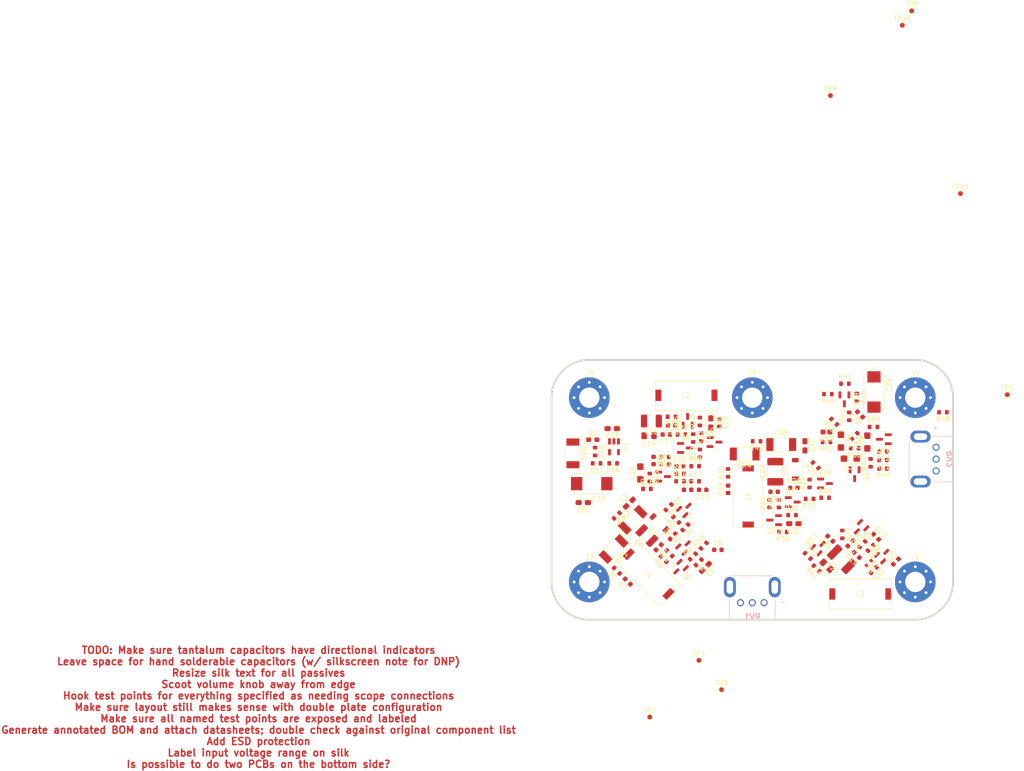
<source format=kicad_pcb>
(kicad_pcb (version 20211014) (generator pcbnew)
  (layers (0 "F.Cu" signal) (31 "B.Cu" signal) (34 "B.Paste" user) (35 "F.Paste" user) (36 "B.SilkS" user "B.Silkscreen") (37 "F.SilkS" user "F.Silkscreen") (38 "B.Mask" user) (39 "F.Mask" user) (44 "Edge.Cuts" user))
  (net 0 "")
  (net 1 "GND")
  (net 2 "+7.5V")
  (net 3 "Net-(C1-Pad2)")
  (net 4 "Net-(C2-Pad1)")
  (net 5 "Net-(C3-Pad1)")
  (net 6 "Net-(C3-Pad2)")
  (net 7 "Net-(C4-Pad1)")
  (net 8 "Net-(C5-Pad2)")
  (net 9 "Net-(C8-Pad1)")
  (net 10 "F")
  (net 11 "Net-(C9-Pad1)")
  (net 12 "Net-(C11-Pad1)")
  (net 13 "Net-(C10-Pad1)")
  (net 14 "Net-(C11-Pad2)")
  (net 15 "Net-(C12-Pad2)")
  (net 16 "C")
  (net 17 "Net-(C14-Pad1)")
  (net 18 "Net-(C15-Pad1)")
  (net 19 "Net-(C17-Pad1)")
  (net 20 "Net-(C18-Pad2)")
  (net 21 "Net-(C19-Pad1)")
  (net 22 "Net-(C19-Pad2)")
  (net 23 "D")
  (net 24 "Net-(C22-Pad2)")
  (net 25 "Net-(C23-Pad1)")
  (net 26 "Net-(C23-Pad2)")
  (net 27 "Net-(C25-Pad1)")
  (net 28 "Net-(C26-Pad2)")
  (net 29 "Net-(C28-Pad1)")
  (net 30 "Net-(C29-Pad2)")
  (net 31 "Net-(C30-Pad2)")
  (net 32 "Net-(C31-Pad1)")
  (net 33 "+9V")
  (net 34 "Net-(C34-Pad2)")
  (net 35 "E")
  (net 36 "Net-(C35-Pad2)")
  (net 37 "Net-(C36-Pad1)")
  (net 38 "Net-(C37-Pad1)")
  (net 39 "Net-(C37-Pad2)")
  (net 40 "Net-(C39-Pad1)")
  (net 41 "Net-(C40-Pad1)")
  (net 42 "Net-(C40-Pad2)")
  (net 43 "Net-(CR1-Pad1)")
  (net 44 "Net-(CR4-Pad1)")
  (net 45 "Net-(D1-Pad1)")
  (net 46 "Net-(Q1-Pad2)")
  (net 47 "A")
  (net 48 "Net-(Q4-Pad2)")
  (net 49 "B")
  (net 50 "Net-(Q9-Pad2)")
  (net 51 "Net-(Q11-Pad2)")
  (net 52 "Net-(Q14-Pad2)")
  (net 53 "Net-(Q15-Pad1)")
  (net 54 "Net-(Q15-Pad2)")
  (net 55 "Net-(Q16-Pad1)")
  (net 56 "Net-(Q16-Pad2)")
  (net 57 "Net-(R32-Pad2)")
  (net 58 "Net-(R48-Pad2)")
  (net 59 "Net-(R56-Pad2)")
  (footprint "Resistor_SMD:R_0603_1608Metric" (layer "F.Cu") (at 158.4 119.05 180)
    (fp_text reference "R21" (at 0 -1.43) (layer "F.SilkS"))
    (fp_text value "2.7M")
    (pad "1" smd roundrect (at -0.825 0 180) (size 0.8 0.95) (layers "F.Cu" "F.Paste" "F.Mask") (net 18 "Net-(C15-Pad1)"))
    (pad "2" smd roundrect (at 0.825 0 180) (size 0.8 0.95) (layers "F.Cu" "F.Paste" "F.Mask") (net 1 "GND"))
  )
  (footprint "Capacitor_SMD:C_0603_1608Metric" (layer "F.Cu") (at 184.3 134.1)
    (fp_text reference "C26" (at 0 -1.43) (layer "F.SilkS"))
    (fp_text value "10pF")
    (pad "1" smd roundrect (at -0.775 0) (size 0.9 0.95) (layers "F.Cu" "F.Paste" "F.Mask") (net 27 "Net-(C25-Pad1)"))
    (pad "2" smd roundrect (at 0.775 0) (size 0.9 0.95) (layers "F.Cu" "F.Paste" "F.Mask") (net 28 "Net-(C26-Pad2)"))
  )
  (footprint "Diode_SMD:D_MELF" (layer "F.Cu") (at 150.194797 140.841242 45)
    (fp_text reference "CR2" (at -0.775 -1.75 45) (layer "F.SilkS"))
    (fp_text value "SM4001")
    (pad "1" smd rect (at -2.4 0 45) (size 1.5 2.7) (layers "F.Cu" "F.Paste" "F.Mask") (net 43 "Net-(CR1-Pad1)"))
    (pad "2" smd rect (at 2.4 0 45) (size 1.5 2.7) (layers "F.Cu" "F.Paste" "F.Mask") (net 1 "GND"))
  )
  (footprint "Resistor_SMD:R_0603_1608Metric" (layer "F.Cu") (at 179.125557 137.420533 90)
    (fp_text reference "R37" (at 0 -1.43 90) (layer "F.SilkS"))
    (fp_text value "10k")
    (pad "1" smd roundrect (at -0.825 0 90) (size 0.8 0.95) (layers "F.Cu" "F.Paste" "F.Mask") (net 31 "Net-(C30-Pad2)"))
    (pad "2" smd roundrect (at 0.825 0 90) (size 0.8 0.95) (layers "F.Cu" "F.Paste" "F.Mask") (net 1 "GND"))
  )
  (footprint "Capacitor_SMD:C_0603_1608Metric" (layer "F.Cu") (at 161.8 134.5)
    (fp_text reference "C12" (at 0 -1.43) (layer "F.SilkS"))
    (fp_text value "0.01uF")
    (pad "1" smd roundrect (at -0.775 0) (size 0.9 0.95) (layers "F.Cu" "F.Paste" "F.Mask") (net 1 "GND"))
    (pad "2" smd roundrect (at 0.775 0) (size 0.9 0.95) (layers "F.Cu" "F.Paste" "F.Mask") (net 15 "Net-(C12-Pad2)"))
  )
  (footprint "Theremin:CAP_EEF-KX0E221RE" (layer "F.Cu") (at 201.249999 113.8 -90)
    (fp_text reference "C39" (at -1.475 -3.273 90) (layer "F.SilkS"))
    (fp_text value "220uF")
    (pad "1" smd rect (at -3.2 0 270) (size 2.4 2.8) (layers "F.Cu" "F.Paste" "F.Mask") (net 40 "Net-(C39-Pad1)"))
    (pad "2" smd rect (at 3.2 0 270) (size 2.4 2.8) (layers "F.Cu" "F.Paste" "F.Mask") (net 1 "GND"))
  )
  (footprint "Capacitor_SMD:C_0603_1608Metric" (layer "F.Cu") (at 201.7 144.45 -45)
    (fp_text reference "C23" (at 0 -1.43 135) (layer "F.SilkS"))
    (fp_text value "0.1uF")
    (pad "1" smd roundrect (at -0.775 0 315) (size 0.9 0.95) (layers "F.Cu" "F.Paste" "F.Mask") (net 25 "Net-(C23-Pad1)"))
    (pad "2" smd roundrect (at 0.775 0 315) (size 0.9 0.95) (layers "F.Cu" "F.Paste" "F.Mask") (net 26 "Net-(C23-Pad2)"))
  )
  (footprint "Diode_SMD:D_MELF" (layer "F.Cu") (at 173.875557 126.920533 180)
    (fp_text reference "CR4" (at 0 -2.5) (layer "F.SilkS"))
    (fp_text value "SM4001")
    (pad "1" smd rect (at -2.4 0 180) (size 1.5 2.7) (layers "F.Cu" "F.Paste" "F.Mask") (net 44 "Net-(CR4-Pad1)"))
    (pad "2" smd rect (at 2.4 0 180) (size 1.5 2.7) (layers "F.Cu" "F.Paste" "F.Mask") (net 30 "Net-(C29-Pad2)"))
  )
  (footprint "Resistor_SMD:R_0603_1608Metric" (layer "F.Cu") (at 168.5 120.3 -90)
    (fp_text reference "R24" (at 0 -1.43 90) (layer "F.SilkS"))
    (fp_text value "3300")
    (pad "1" smd roundrect (at -0.825 0 270) (size 0.8 0.95) (layers "F.Cu" "F.Paste" "F.Mask") (net 2 "+7.5V"))
    (pad "2" smd roundrect (at 0.825 0 270) (size 0.8 0.95) (layers "F.Cu" "F.Paste" "F.Mask") (net 20 "Net-(C18-Pad2)"))
  )
  (footprint "TestPoint:TestPoint_Pad_D1.0mm" (layer "F.Cu") (at 164.2 170.6)
    (fp_text reference "TP1" (at 0 -1.448) (layer "F.SilkS"))
    (fp_text value "TestPoint")
    (pad "1" smd circle (at 0 0) (size 1 1) (layers "F.Cu" "F.Mask") (net 57 "Net-(R32-Pad2)"))
  )
  (footprint "Capacitor_SMD:C_0603_1608Metric" (layer "F.Cu") (at 197.6 148.3 135)
    (fp_text reference "C19" (at 0 -1.43 135) (layer "F.SilkS"))
    (fp_text value "10pF")
    (pad "1" smd roundrect (at -0.775 0 135) (size 0.9 0.95) (layers "F.Cu" "F.Paste" "F.Mask") (net 21 "Net-(C19-Pad1)"))
    (pad "2" smd roundrect (at 0.775 0 135) (size 0.9 0.95) (layers "F.Cu" "F.Paste" "F.Mask") (net 22 "Net-(C19-Pad2)"))
  )
  (footprint "Resistor_SMD:R_0603_1608Metric" (layer "F.Cu") (at 153.8 131.9 -90)
    (fp_text reference "R15" (at 0 -1.43 90) (layer "F.SilkS"))
    (fp_text value "2200")
    (pad "1" smd roundrect (at -0.825 0 270) (size 0.8 0.95) (layers "F.Cu" "F.Paste" "F.Mask") (net 1 "GND"))
    (pad "2" smd roundrect (at 0.825 0 270) (size 0.8 0.95) (layers "F.Cu" "F.Paste" "F.Mask") (net 48 "Net-(Q4-Pad2)"))
  )
  (footprint "Capacitor_Tantalum_SMD:CP_EIA-2012-12_Kemet-R_Pad1.30x1.05mm_HandSolder" (layer "F.Cu") (at 139.725 137.2 180)
    (fp_text reference "C41" (at 0 -1.58) (layer "F.SilkS"))
    (fp_text value "1uF")
    (pad "1" smd roundrect (at -0.975 0 180) (size 1.3 1.05) (layers "F.Cu" "F.Paste" "F.Mask") (roundrect_rratio 0.238095) (net 2 "+7.5V"))
    (pad "2" smd roundrect (at 0.975 0 180) (size 1.3 1.05) (layers "F.Cu" "F.Paste" "F.Mask") (roundrect_rratio 0.238095) (net 1 "GND"))
  )
  (footprint "Package_TO_SOT_SMD:SOT-23" (layer "F.Cu") (at 197.15 131.199999 -90)
    (fp_text reference "Q15" (at 0 -2.4 90) (layer "F.SilkS"))
    (fp_text value "MMBT3904")
    (pad "1" smd roundrect (at -0.9375 -0.95 270) (size 1.475 0.6) (layers "F.Cu" "F.Paste" "F.Mask") (net 53 "Net-(Q15-Pad1)"))
    (pad "2" smd roundrect (at -0.9375 0.95 270) (size 1.475 0.6) (layers "F.Cu" "F.Paste" "F.Mask") (net 54 "Net-(Q15-Pad2)"))
    (pad "3" smd roundrect (at 0.9375 0 270) (size 1.475 0.6) (layers "F.Cu" "F.Paste" "F.Mask") (net 33 "+9V"))
  )
  (footprint "Diode_SMD:D_MELF" (layer "F.Cu") (at 137.525 126.8 -90)
    (fp_text reference "CR6" (at 0 -2.5 90) (layer "F.SilkS"))
    (fp_text value "SM4001")
    (pad "1" smd rect (at -2.4 0 270) (size 1.5 2.7) (layers "F.Cu" "F.Paste" "F.Mask") (net 33 "+9V"))
    (pad "2" smd rect (at 2.4 0 270) (size 1.5 2.7) (layers "F.Cu" "F.Paste" "F.Mask") (net 1 "GND"))
  )
  (footprint "Theremin:CAP_EEF-KX0E221RE" (layer "F.Cu") (at 141.525 133.2 180)
    (fp_text reference "C32" (at -1.475 -3.273) (layer "F.SilkS"))
    (fp_text value "220uF")
    (pad "1" smd rect (at -3.2 0 180) (size 2.4 2.8) (layers "F.Cu" "F.Paste" "F.Mask") (net 2 "+7.5V"))
    (pad "2" smd rect (at 3.2 0 180) (size 2.4 2.8) (layers "F.Cu" "F.Paste" "F.Mask") (net 1 "GND"))
  )
  (footprint "Resistor_SMD:R_0603_1608Metric" (layer "F.Cu") (at 191.499999 114.250001 180)
    (fp_text reference "R46" (at 0 -1.43) (layer "F.SilkS"))
    (fp_text value "220")
    (pad "1" smd roundrect (at -0.825 0 180) (size 0.8 0.95) (layers "F.Cu" "F.Paste" "F.Mask") (net 52 "Net-(Q14-Pad2)"))
    (pad "2" smd roundrect (at 0.825 0 180) (size 0.8 0.95) (layers "F.Cu" "F.Paste" "F.Mask") (net 1 "GND"))
  )
  (footprint "Resistor_SMD:R_0603_1608Metric" (layer "F.Cu") (at 146.05 128.9 180)
    (fp_text reference "R56" (at 0 -1.43) (layer "F.SilkS"))
    (fp_text value "20.0K")
    (pad "1" smd roundrect (at -0.825 0 180) (size 0.8 0.95) (layers "F.Cu" "F.Paste" "F.Mask") (net 2 "+7.5V"))
    (pad "2" smd roundrect (at 0.825 0 180) (size 0.8 0.95) (layers "F.Cu" "F.Paste" "F.Mask") (net 59 "Net-(R56-Pad2)"))
  )
  (footprint "Capacitor_Tantalum_SMD:CP_EIA-2012-12_Kemet-R_Pad1.30x1.05mm_HandSolder" (layer "F.Cu") (at 149.470012 137.323386 45)
    (fp_text reference "C2" (at 0 -1.58 45) (layer "F.SilkS"))
    (fp_text value "1uF")
    (pad "1" smd roundrect (at -0.975 0 45) (size 1.3 1.05) (layers "F.Cu" "F.Paste" "F.Mask") (roundrect_rratio 0.238095) (net 4 "Net-(C2-Pad1)"))
    (pad "2" smd roundrect (at 0.975 0 45) (size 1.3 1.05) (layers "F.Cu" "F.Paste" "F.Mask") (roundrect_rratio 0.238095) (net 1 "GND"))
  )
  (footprint "Resistor_SMD:R_0603_1608Metric" (layer "F.Cu") (at 198.8 146 45)
    (fp_text reference "R28" (at 0 -1.43 45) (layer "F.SilkS"))
    (fp_text value "2.7M")
    (pad "1" smd roundrect (at -0.825 0 45) (size 0.8 0.95) (layers "F.Cu" "F.Paste" "F.Mask") (net 22 "Net-(C19-Pad2)"))
    (pad "2" smd roundrect (at 0.825 0 45) (size 0.8 0.95) (layers "F.Cu" "F.Paste" "F.Mask") (net 1 "GND"))
  )
  (footprint "Diode_SMD:D_SOD-523" (layer "F.Cu") (at 200.15 150 -135)
    (fp_text reference "CR3" (at 0 -1.3 -315) (layer "F.SilkS"))
    (fp_text value "1N914WT")
    (pad "1" smd rect (at -0.7 0 45) (size 0.6 0.7) (layers "F.Cu" "F.Paste" "F.Mask") (net 26 "Net-(C23-Pad2)"))
    (pad "2" smd rect (at 0.7 0 45) (size 0.6 0.7) (layers "F.Cu" "F.Paste" "F.Mask") (net 1 "GND"))
  )
  (footprint "Capacitor_SMD:C_0603_1608Metric" (layer "F.Cu") (at 180.125557 134.920531 180)
    (fp_text reference "C28" (at 0 -1.43) (layer "F.SilkS"))
    (fp_text value "10pF")
    (pad "1" smd roundrect (at -0.775 0 180) (size 0.9 0.95) (layers "F.Cu" "F.Paste" "F.Mask") (net 29 "Net-(C28-Pad1)"))
    (pad "2" smd roundrect (at 0.775 0 180) (size 0.9 0.95) (layers "F.Cu" "F.Paste" "F.Mask") (net 27 "Net-(C25-Pad1)"))
  )
  (footprint "Package_TO_SOT_SMD:SOT-23" (layer "F.Cu") (at 161.154952 146.498096 45)
    (fp_text reference "Q2" (at 0 -2.4 45) (layer "F.SilkS"))
    (fp_text value "MMBT3906")
    (pad "1" smd roundrect (at -0.9375 -0.95 45) (size 1.475 0.6) (layers "F.Cu" "F.Paste" "F.Mask") (net 7 "Net-(C4-Pad1)"))
    (pad "2" smd roundrect (at -0.9375 0.95 45) (size 1.475 0.6) (layers "F.Cu" "F.Paste" "F.Mask") (net 46 "Net-(Q1-Pad2)"))
    (pad "3" smd roundrect (at 0.9375 0 45) (size 1.475 0.6) (layers "F.Cu" "F.Paste" "F.Mask") (net 1 "GND"))
  )
  (footprint "Capacitor_Tantalum_SMD:CP_EIA-2012-12_Kemet-R_Pad1.30x1.05mm_HandSolder" (layer "F.Cu") (at 165.574369 150.917514 -135)
    (fp_text reference "C1" (at 0 -1.58 45) (layer "F.SilkS"))
    (fp_text value "1uF")
    (pad "1" smd roundrect (at -0.975 0 225) (size 1.3 1.05) (layers "F.Cu" "F.Paste" "F.Mask") (roundrect_rratio 0.238095) (net 2 "+7.5V"))
    (pad "2" smd roundrect (at 0.975 0 225) (size 1.3 1.05) (layers "F.Cu" "F.Paste" "F.Mask") (roundrect_rratio 0.238095) (net 3 "Net-(C1-Pad2)"))
  )
  (footprint "Resistor_SMD:R_0603_1608Metric" (layer "F.Cu") (at 164.4 120.05 90)
    (fp_text reference "R20" (at 0 -1.43 90) (layer "F.SilkS"))
    (fp_text value "4.7M")
    (pad "1" smd roundrect (at -0.825 0 90) (size 0.8 0.95) (layers "F.Cu" "F.Paste" "F.Mask") (net 2 "+7.5V"))
    (pad "2" smd roundrect (at 0.825 0 90) (size 0.8 0.95) (layers "F.Cu" "F.Paste" "F.Mask") (net 18 "Net-(C15-Pad1)"))
  )
  (footprint "Resistor_SMD:R_0603_1608Metric" (layer "F.Cu") (at 146.818361 139.975037 -135)
    (fp_text reference "R8" (at 0 -1.43 45) (layer "F.SilkS"))
    (fp_text value "1M")
    (pad "1" smd roundrect (at -0.825 0 225) (size 0.8 0.95) (layers "F.Cu" "F.Paste" "F.Mask") (net 4 "Net-(C2-Pad1)"))
    (pad "2" smd roundrect (at 0.825 0 225) (size 0.8 0.95) (layers "F.Cu" "F.Paste" "F.Mask") (net 43 "Net-(CR1-Pad1)"))
  )
  (footprint "Capacitor_SMD:C_0603_1608Metric" (layer "F.Cu") (at 198.299997 118.55 135)
    (fp_text reference "C35" (at 0 -1.43 135) (layer "F.SilkS"))
    (fp_text value "0.1uF")
    (pad "1" smd roundrect (at -0.775 0 135) (size 0.9 0.95) (layers "F.Cu" "F.Paste" "F.Mask") (net 35 "E"))
    (pad "2" smd roundrect (at 0.775 0 135) (size 0.9 0.95) (layers "F.Cu" "F.Paste" "F.Mask") (net 36 "Net-(C35-Pad2)"))
  )
  (footprint "Resistor_SMD:R_0603_1608Metric" (layer "F.Cu") (at 215.85 118.1 180)
    (fp_text reference "R48" (at 0 -1.43) (layer "F.SilkS"))
    (fp_text value "100K")
    (pad "1" smd roundrect (at -0.825 0 180) (size 0.8 0.95) (layers "F.Cu" "F.Paste" "F.Mask") (net 2 "+7.5V"))
    (pad "2" smd roundrect (at 0.825 0 180) (size 0.8 0.95) (layers "F.Cu" "F.Paste" "F.Mask") (net 58 "Net-(R48-Pad2)"))
  )
  (footprint "MountingHole:MountingHole_4.3mm_M4_Pad_Via" (layer "F.Cu") (at 141 154)
    (fp_text reference "J3" (at 0 -5.3) (layer "F.SilkS"))
    (fp_text value "GROUND POINT")
    (pad "1" thru_hole circle locked (at 0 -3.225) (size 0.9 0.9) (drill 0.6) (layers *.Cu *.Mask) (net 1 "GND"))
    (pad "1" thru_hole circle locked (at 0 0) (size 8.6 8.6) (drill 4.3) (layers *.Cu *.Mask) (net 1 "GND"))
    (pad "1" thru_hole circle locked (at 2.280419 2.280419) (size 0.9 0.9) (drill 0.6) (layers *.Cu *.Mask) (net 1 "GND"))
    (pad "1" thru_hole circle locked (at 0 3.225) (size 0.9 0.9) (drill 0.6) (layers *.Cu *.Mask) (net 1 "GND"))
    (pad "1" thru_hole circle locked (at 3.225 0) (size 0.9 0.9) (drill 0.6) (layers *.Cu *.Mask) (net 1 "GND"))
    (pad "1" thru_hole circle locked (at -2.280419 2.280419) (size 0.9 0.9) (drill 0.6) (layers *.Cu *.Mask) (net 1 "GND"))
    (pad "1" thru_hole circle locked (at -2.280419 -2.280419) (size 0.9 0.9) (drill 0.6) (layers *.Cu *.Mask) (net 1 "GND"))
    (pad "1" thru_hole circle locked (at -3.225 0) (size 0.9 0.9) (drill 0.6) (layers *.Cu *.Mask) (net 1 "GND"))
    (pad "1" thru_hole circle locked (at 2.280419 -2.280419) (size 0.9 0.9) (drill 0.6) (layers *.Cu *.Mask) (net 1 "GND"))
  )
  (footprint "Resistor_SMD:R_0603_1608Metric" (layer "F.Cu") (at 157.972971 147.91231 135)
    (fp_text reference "R4" (at 0 -1.43 135) (layer "F.SilkS"))
    (fp_text value "100k")
    (pad "1" smd roundrect (at -0.825 0 135) (size 0.8 0.95) (layers "F.Cu" "F.Paste" "F.Mask") (net 3 "Net-(C1-Pad2)"))
    (pad "2" smd roundrect (at 0.825 0 135) (size 0.8 0.95) (layers "F.Cu" "F.Paste" "F.Mask") (net 7 "Net-(C4-Pad1)"))
  )
  (footprint "Resistor_SMD:R_0603_1608Metric" (layer "F.Cu") (at 163 123.55 -90)
    (fp_text reference "R25" (at 0 -1.43 90) (layer "F.SilkS"))
    (fp_text value "10k")
    (pad "1" smd roundrect (at -0.825 0 270) (size 0.8 0.95) (layers "F.Cu" "F.Paste" "F.Mask") (net 20 "Net-(C18-Pad2)"))
    (pad "2" smd roundrect (at 0.825 0 270) (size 0.8 0.95) (layers "F.Cu" "F.Paste" "F.Mask") (net 1 "GND"))
  )
  (footprint "Resistor_SMD:R_0603_1608Metric" (layer "F.Cu") (at 181.125557 137.420532 90)
    (fp_text reference "R38" (at 0 -1.43 90) (layer "F.SilkS"))
    (fp_text value "100K")
    (pad "1" smd roundrect (at -0.825 0 90) (size 0.8 0.95) (layers "F.Cu" "F.Paste" "F.Mask") (net 31 "Net-(C30-Pad2)"))
    (pad "2" smd roundrect (at 0.825 0 90) (size 0.8 0.95) (layers "F.Cu" "F.Paste" "F.Mask") (net 29 "Net-(C28-Pad1)"))
  )
  (footprint "Theremin:CAPV_JZ400" (layer "F.Cu") (at 184.618198 130.175557 90)
    (fp_text reference "C25" (at -0.26 -2.508 90) (layer "F.SilkS") (effects (font (size 0.8 0.8))))
    (fp_text value "3.5-40pF")
    (pad "1" smd rect (at -1.95 0 90) (size 0.9 1.4) (layers "F.Cu" "F.Paste" "F.Mask") (net 27 "Net-(C25-Pad1)"))
    (pad "2" smd rect (at 1.95 0 90) (size 0.9 1.4) (layers "F.Cu" "F.Paste" "F.Mask") (net 1 "GND"))
  )
  (footprint "Resistor_SMD:R_0603_1608Metric" (layer "F.Cu") (at 181.966548 143.43381 180)
    (fp_text reference "R36" (at 0 -1.43) (layer "F.SilkS"))
    (fp_text value "3300")
    (pad "1" smd roundrect (at -0.825 0 180) (size 0.8 0.95) (layers "F.Cu" "F.Paste" "F.Mask") (net 2 "+7.5V"))
    (pad "2" smd roundrect (at 0.825 0 180) (size 0.8 0.95) (layers "F.Cu" "F.Paste" "F.Mask") (net 31 "Net-(C30-Pad2)"))
  )
  (footprint "Diode_SMD:D_MELF" (layer "F.Cu") (at 146.128931 147.028426 -135)
    (fp_text reference "CR1" (at 0 -2.5 45) (layer "F.SilkS"))
    (fp_text value "SM4001")
    (pad "1" smd rect (at -2.4 0 225) (size 1.5 2.7) (layers "F.Cu" "F.Paste" "F.Mask") (net 43 "Net-(CR1-Pad1)"))
    (pad "2" smd rect (at 2.4 0 225) (size 1.5 2.7) (layers "F.Cu" "F.Paste" "F.Mask") (net 6 "Net-(C3-Pad2)"))
  )
  (footprint "Theremin:Delevan_5022R" (layer "F.Cu") (at 153.553553 152.331728 135)
    (fp_text reference "L1" (at 0 0 135) (layer "F.SilkS"))
    (fp_text value "1mH")
    (pad "1" smd rect (at -5.955 0 45) (size 2.4 1.3) (layers "F.Cu" "F.Paste" "F.Mask") (net 5 "Net-(C3-Pad1)"))
    (pad "2" smd rect (at 5.955 0 45) (size 2.4 1.3) (layers "F.Cu" "F.Paste" "F.Mask") (net 1 "GND"))
  )
  (footprint "Capacitor_SMD:C_0603_1608Metric" (layer "F.Cu") (at 149.134135 153.922719 135)
    (fp_text reference "C3" (at 0 -1.43 135) (layer "F.SilkS"))
    (fp_text value "100pF")
    (pad "1" smd roundrect (at -0.775 0 135) (size 0.9 0.95) (layers "F.Cu" "F.Paste" "F.Mask") (net 5 "Net-(C3-Pad1)"))
    (pad "2" smd roundrect (at 0.775 0 135) (size 0.9 0.95) (layers "F.Cu" "F.Paste" "F.Mask") (net 6 "Net-(C3-Pad2)"))
  )
  (footprint "Resistor_SMD:R_0603_1608Metric" (layer "F.Cu") (at 156.975 127.5 180)
    (fp_text reference "R11" (at 0 -1.43) (layer "F.SilkS"))
    (fp_text value "10K")
    (pad "1" smd roundrect (at -0.825 0 180) (size 0.8 0.95) (layers "F.Cu" "F.Paste" "F.Mask") (net 47 "A"))
    (pad "2" smd roundrect (at 0.825 0 180) (size 0.8 0.95) (layers "F.Cu" "F.Paste" "F.Mask") (net 11 "Net-(C9-Pad1)"))
  )
  (footprint "Capacitor_SMD:C_0603_1608Metric" (layer "F.Cu") (at 168.22602 147.205203)
    (fp_text reference "C8" (at 0 -1.43) (layer "F.SilkS"))
    (fp_text value "0.01uF")
    (pad "1" smd roundrect (at -0.775 0) (size 0.9 0.95) (layers "F.Cu" "F.Paste" "F.Mask") (net 9 "Net-(C8-Pad1)"))
    (pad "2" smd roundrect (at 0.775 0) (size 0.9 0.95) (layers "F.Cu" "F.Paste" "F.Mask") (net 10 "F"))
  )
  (footprint "Theremin:CAPV_JZ400" (layer "F.Cu") (at 155.851651 141.548349 135)
    (fp_text reference "C7" (at -0.26 -2.508 135) (layer "F.SilkS") (effects (font (size 0.8 0.8))))
    (fp_text value "3.5-40pF")
    (pad "1" smd rect (at -1.95 0 135) (size 0.9 1.4) (layers "F.Cu" "F.Paste" "F.Mask") (net 5 "Net-(C3-Pad1)"))
    (pad "2" smd rect (at 1.95 0 135) (size 0.9 1.4) (layers "F.Cu" "F.Paste" "F.Mask") (net 1 "GND"))
  )
  (footprint "Resistor_SMD:R_0603_1608Metric" (layer "F.Cu") (at 164.160154 149.856855 -135)
    (fp_text reference "R1" (at 0 -1.43 45) (layer "F.SilkS"))
    (fp_text value "3300")
    (pad "1" smd roundrect (at -0.825 0 225) (size 0.8 0.95) (layers "F.Cu" "F.Paste" "F.Mask") (net 2 "+7.5V"))
    (pad "2" smd roundrect (at 0.825 0 225) (size 0.8 0.95) (layers "F.Cu" "F.Paste" "F.Mask") (net 3 "Net-(C1-Pad2)"))
  )
  (footprint "Capacitor_Tantalum_SMD:CP_EIA-2012-12_Kemet-R_Pad1.30x1.05mm_HandSolder" (layer "F.Cu") (at 145.85 121.55 180)
    (fp_text reference "C33" (at 0 -1.58) (layer "F.SilkS"))
    (fp_text value "1uF")
    (pad "1" smd roundrect (at -0.975 0 180) (size 1.3 1.05) (layers "F.Cu" "F.Paste" "F.Mask") (roundrect_rratio 0.238095) (net 33 "+9V"))
    (pad "2" smd roundrect (at 0.975 0 180) (size 1.3 1.05) (layers "F.Cu" "F.Paste" "F.Mask") (roundrect_rratio 0.238095) (net 1 "GND"))
  )
  (footprint "Resistor_SMD:R_0603_1608Metric" (layer "F.Cu") (at 162.922719 148.619417 45)
    (fp_text reference "R2" (at 0 -1.43 45) (layer "F.SilkS"))
    (fp_text value "22k")
    (pad "1" smd roundrect (at -0.825 0 45) (size 0.8 0.95) (layers "F.Cu" "F.Paste" "F.Mask") (net 46 "Net-(Q1-Pad2)"))
    (pad "2" smd roundrect (at 0.825 0 45) (size 0.8 0.95) (layers "F.Cu" "F.Paste" "F.Mask") (net 2 "+7.5V"))
  )
  (footprint "Resistor_SMD:R_0603_1608Metric" (layer "F.Cu") (at 194.55 143.95 -90)
    (fp_text reference "R27" (at 0 -1.43 90) (layer "F.SilkS"))
    (fp_text value "4.7M")
    (pad "1" smd roundrect (at -0.825 0 270) (size 0.8 0.95) (layers "F.Cu" "F.Paste" "F.Mask") (net 2 "+7.5V"))
    (pad "2" smd roundrect (at 0.825 0 270) (size 0.8 0.95) (layers "F.Cu" "F.Paste" "F.Mask") (net 22 "Net-(C19-Pad2)"))
  )
  (footprint "Capacitor_SMD:C_1812_4532Metric_Pad1.57x3.40mm_HandSolder" (layer "F.Cu") (at 180.375557 130.670532 90)
    (fp_text reference "C27" (at 0 -2.65 90) (layer "F.SilkS"))
    (fp_text value "330pF")
    (pad "1" smd roundrect (at -2.1375 0 90) (size 1.575 3.4) (layers "F.Cu" "F.Paste" "F.Mask") (roundrect_rratio 0.15873) (net 27 "Net-(C25-Pad1)"))
    (pad "2" smd roundrect (at 2.1375 0 90) (size 1.575 3.4) (layers "F.Cu" "F.Paste" "F.Mask") (roundrect_rratio 0.15873) (net 1 "GND"))
  )
  (footprint "Capacitor_SMD:C_1210_3225Metric_Pad1.33x2.70mm_HandSolder" (layer "F.Cu") (at 154.15 119.95 180)
    (fp_text reference "C16" (at 0 -2.3) (layer "F.SilkS"))
    (fp_text value "150pF")
    (pad "1" smd roundrect (at -1.5625 0 180) (size 1.325 2.7) (layers "F.Cu" "F.Paste" "F.Mask") (roundrect_rratio 0.188679) (net 17 "Net-(C14-Pad1)"))
    (pad "2" smd roundrect (at 1.5625 0 180) (size 1.325 2.7) (layers "F.Cu" "F.Paste" "F.Mask") (roundrect_rratio 0.188679) (net 1 "GND"))
  )
  (footprint "Resistor_SMD:R_0603_1608Metric" (layer "F.Cu") (at 153.2 134.3)
    (fp_text reference "R16" (at 0 -1.43) (layer "F.SilkS"))
    (fp_text value "1000")
    (pad "1" smd roundrect (at -0.825 0) (size 0.8 0.95) (layers "F.Cu" "F.Paste" "F.Mask") (net 13 "Net-(C10-Pad1)"))
    (pad "2" smd roundrect (at 0.825 0) (size 0.8 0.95) (layers "F.Cu" "F.Paste" "F.Mask") (net 48 "Net-(Q4-Pad2)"))
  )
  (footprint "Resistor_SMD:R_0603_1608Metric" (layer "F.Cu") (at 157 129.1)
    (fp_text reference "R13" (at 0 -1.43) (layer "F.SilkS"))
    (fp_text value "100K")
    (pad "1" smd roundrect (at -0.825 0) (size 0.8 0.95) (layers "F.Cu" "F.Paste" "F.Mask") (net 1 "GND"))
    (pad "2" smd roundrect (at 0.825 0) (size 0.8 0.95) (layers "F.Cu" "F.Paste" "F.Mask") (net 12 "Net-(C11-Pad1)"))
  )
  (footprint "MountingHole:MountingHole_4.3mm_M4_Pad_Via" (layer "F.Cu") (at 141 115)
    (fp_text reference "J5" (at 0 -5.3) (layer "F.SilkS"))
    (fp_text value "9V IN")
    (pad "1" thru_hole circle locked (at -2.280419 -2.280419) (size 0.9 0.9) (drill 0.6) (layers *.Cu *.Mask) (net 33 "+9V"))
    (pad "1" thru_hole circle locked (at 2.280419 -2.280419) (size 0.9 0.9) (drill 0.6) (layers *.Cu *.Mask) (net 33 "+9V"))
    (pad "1" thru_hole circle locked (at 0 -3.225) (size 0.9 0.9) (drill 0.6) (layers *.Cu *.Mask) (net 33 "+9V"))
    (pad "1" thru_hole circle locked (at 3.225 0) (size 0.9 0.9) (drill 0.6) (layers *.Cu *.Mask) (net 33 "+9V"))
    (pad "1" thru_hole circle locked (at 0 0) (size 8.6 8.6) (drill 4.3) (layers *.Cu *.Mask) (net 33 "+9V"))
    (pad "1" thru_hole circle locked (at 2.280419 2.280419) (size 0.9 0.9) (drill 0.6) (layers *.Cu *.Mask) (net 33 "+9V"))
    (pad "1" thru_hole circle locked (at -2.280419 2.280419) (size 0.9 0.9) (drill 0.6) (layers *.Cu *.Mask) (net 33 "+9V"))
    (pad "1" thru_hole circle locked (at 0 3.225) (size 0.9 0.9) (drill 0.6) (layers *.Cu *.Mask) (net 33 "+9V"))
    (pad "1" thru_hole circle locked (at -3.225 0) (size 0.9 0.9) (drill 0.6) (layers *.Cu *.Mask) (net 33 "+9V"))
  )
  (footprint "Resistor_SMD:R_0603_1608Metric" (layer "F.Cu") (at 197.149999 125.7 180)
    (fp_text reference "R53" (at 0 -1.43) (layer "F.SilkS"))
    (fp_text value "10")
    (pad "1" smd roundrect (at -0.825 0 180) (size 0.8 0.95) (layers "F.Cu" "F.Paste" "F.Mask") (net 41 "Net-(C40-Pad1)"))
    (pad "2" smd roundrect (at 0.825 0 180) (size 0.8 0.95) (layers "F.Cu" "F.Paste" "F.Mask") (net 54 "Net-(Q15-Pad2)"))
  )
  (footprint "LED_SMD:LED_0603_1608Metric_Pad1.05x0.95mm_HandSolder" (layer "F.Cu") (at 141.725 123.9)
    (fp_text reference "D1" (at 0 -1.43) (layer "F.SilkS"))
    (fp_text value "LED_GRN")
    (pad "1" smd roundrect (at -0.875 0) (size 1.05 0.95) (layers "F.Cu" "F.Paste" "F.Mask") (net 45 "Net-(D1-Pad1)"))
    (pad "2" smd roundrect (at 0.875 0) (size 1.05 0.95) (layers "F.Cu" "F.Paste" "F.Mask") (net 33 "+9V"))
  )
  (footprint "Theremin:Delevan_5022R" (layer "F.Cu") (at 198.35 156.55 180)
    (fp_text reference "L3" (at 0 0) (layer "F.SilkS"))
    (fp_text value "1mH")
    (pad "1" smd rect (at -5.955 0 90) (size 2.4 1.3) (layers "F.Cu" "F.Paste" "F.Mask") (net 21 "Net-(C19-Pad1)"))
    (pad "2" smd rect (at 5.955 0 90) (size 2.4 1.3) (layers "F.Cu" "F.Paste" "F.Mask") (net 1 "GND"))
  )
  (footprint "Resistor_SMD:R_0603_1608Metric" (layer "F.Cu") (at 195.099999 112.05)
    (fp_text reference "R47" (at 0 -1.43) (layer "F.SilkS"))
    (fp_text value "33")
    (pad "1" smd roundrect (at -0.825 0) (size 0.8 0.95) (layers "F.Cu" "F.Paste" "F.Mask") (net 52 "Net-(Q14-Pad2)"))
    (pad "2" smd roundrect (at 0.825 0) (size 0.8 0.95) (layers "F.Cu" "F.Paste" "F.Mask") (net 40 "Net-(C39-Pad1)"))
  )
  (footprint "Resistor_SMD:R_0603_1608Metric" (layer "F.Cu") (at 163.4 129.5)
    (fp_text reference "R18" (at 0 -1.43) (layer "F.SilkS"))
    (fp_text value "220K")
    (pad "1" smd roundrect (at -0.825 0) (size 0.8 0.95) (layers "F.Cu" "F.Paste" "F.Mask") (net 14 "Net-(C11-Pad2)"))
    (pad "2" smd roundrect (at 0.825 0) (size 0.8 0.95) (layers "F.Cu" "F.Paste" "F.Mask") (net 49 "B"))
  )
  (footprint "TestPoint:TestPoint_Pad_D1.0mm" (layer "F.Cu") (at 207.25 36.18)
    (fp_text reference "TP10" (at 0 -1.448) (layer "F.SilkS"))
    (fp_text value "TestPoint")
    (pad "1" smd circle (at 0 0) (size 1 1) (layers "F.Cu" "F.Mask") (net 1 "GND"))
  )
  (footprint "Package_TO_SOT_SMD:SOT-23" (layer "F.Cu") (at 161.8 119.9 90)
    (fp_text reference "Q5" (at 0 -2.4 90) (layer "F.SilkS"))
    (fp_text value "SMP5484")
    (pad "1" smd roundrect (at -0.9375 -0.95 90) (size 1.475 0.6) (layers "F.Cu" "F.Paste" "F.Mask") (net 49 "B"))
    (pad "2" smd roundrect (at -0.9375 0.95 90) (size 1.475 0.6) (layers "F.Cu" "F.Paste" "F.Mask") (net 2 "+7.5V"))
    (pad "3" smd roundrect (at 0.9375 0 90) (size 1.475 0.6) (layers "F.Cu" "F.Paste" "F.Mask") (net 18 "Net-(C15-Pad1)"))
  )
  (footprint "Resistor_SMD:R_0603_1608Metric" (layer "F.Cu") (at 163.4 132.7)
    (fp_text reference "R17" (at 0 -1.43) (layer "F.SilkS"))
    (fp_text value "10K")
    (pad "1" smd roundrect (at -0.825 0) (size 0.8 0.95) (layers "F.Cu" "F.Paste" "F.Mask") (net 15 "Net-(C12-Pad2)"))
    (pad "2" smd roundrect (at 0.825 0) (size 0.8 0.95) (layers "F.Cu" "F.Paste" "F.Mask") (net 16 "C"))
  )
  (footprint "TestPoint:TestPoint_Pad_D1.0mm" (layer "F.Cu") (at 229.46 114.37)
    (fp_text reference "TP5" (at 0 -1.448) (layer "F.SilkS"))
    (fp_text value "TestPoint")
    (pad "1" smd circle (at 0 0) (size 1 1) (layers "F.Cu" "F.Mask") (net 42 "Net-(C40-Pad2)"))
  )
  (footprint "Capacitor_Tantalum_SMD:CP_EIA-3216-18_Kemet-A" (layer "F.Cu") (at 194.25 124.2 -90)
    (fp_text reference "C38" (at 0 -1.75 90) (layer "F.SilkS"))
    (fp_text value "10uF")
    (pad "1" smd roundrect (at -1.35 0 270) (size 1.4 1.35) (layers "F.Cu" "F.Paste" "F.Mask") (roundrect_rratio 0.185185) (net 37 "Net-(C36-Pad1)"))
    (pad "2" smd roundrect (at 1.35 0 270) (size 1.4 1.35) (layers "F.Cu" "F.Paste" "F.Mask") (roundrect_rratio 0.185185) (net 39 "Net-(C37-Pad2)"))
  )
  (footprint "Resistor_SMD:R_0603_1608Metric" (layer "F.Cu") (at 160.2 132.7)
    (fp_text reference "R14" (at 0 -1.43) (layer "F.SilkS"))
    (fp_text value "2200")
    (pad "1" smd roundrect (at -0.825 0) (size 0.8 0.95) (layers "F.Cu" "F.Paste" "F.Mask") (net 15 "Net-(C12-Pad2)"))
    (pad "2" smd roundrect (at 0.825 0) (size 0.8 0.95) (layers "F.Cu" "F.Paste" "F.Mask") (net 2 "+7.5V"))
  )
  (footprint "Capacitor_SMD:C_1210_3225Metric_Pad1.33x2.70mm_HandSolder" (layer "F.Cu") (at 153.2 144.2 135)
    (fp_text reference "C6" (at 0 -2.3 135) (layer "F.SilkS"))
    (fp_text value "150pF")
    (pad "1" smd roundrect (at -1.5625 0 135) (size 1.325 2.7) (layers "F.Cu" "F.Paste" "F.Mask") (roundrect_rratio 0.188679) (net 5 "Net-(C3-Pad1)"))
    (pad "2" smd roundrect (at 1.5625 0 135) (size 1.325 2.7) (layers "F.Cu" "F.Paste" "F.Mask") (roundrect_rratio 0.188679) (net 1 "GND"))
  )
  (footprint "Capacitor_SMD:C_0603_1608Metric" (layer "F.Cu") (at 165 134.499999 180)
    (fp_text reference "C13" (at 0 -1.43) (layer "F.SilkS"))
    (fp_text value "0.01uF")
    (pad "1" smd roundrect (at -0.775 0 180) (size 0.9 0.95) (layers "F.Cu" "F.Paste" "F.Mask") (net 1 "GND"))
    (pad "2" smd roundrect (at 0.775 0 180) (size 0.9 0.95) (layers "F.Cu" "F.Paste" "F.Mask") (net 16 "C"))
  )
  (footprint "Diode_SMD:D_MELF" (layer "F.Cu") (at 181.625557 124.920534)
    (fp_text reference "CR5" (at 0 -2.5) (layer "F.SilkS"))
    (fp_text value "SM4001")
    (pad "1" smd rect (at -2.4 0) (size 1.5 2.7) (layers "F.Cu" "F.Paste" "F.Mask") (net 44 "Net-(CR4-Pad1)"))
    (pad "2" smd rect (at 2.4 0) (size 1.5 2.7) (layers "F.Cu" "F.Paste" "F.Mask") (net 1 "GND"))
  )
  (footprint "Capacitor_SMD:C_1812_4532Metric_Pad1.57x3.40mm_HandSolder" (layer "F.Cu") (at 194.45 149.2 135)
    (fp_text reference "C21" (at 0 -2.65 135) (layer "F.SilkS"))
    (fp_text value "330pF")
    (pad "1" smd roundrect (at -2.1375 0 135) (size 1.575 3.4) (layers "F.Cu" "F.Paste" "F.Mask") (roundrect_rratio 0.15873) (net 21 "Net-(C19-Pad1)"))
    (pad "2" smd roundrect (at 2.1375 0 135) (size 1.575 3.4) (layers "F.Cu" "F.Paste" "F.Mask") (roundrect_rratio 0.15873) (net 1 "GND"))
  )
  (footprint "Resistor_SMD:R_0603_1608Metric" (layer "F.Cu") (at 188.925557 129.320532 135)
    (fp_text reference "R31" (at 0 -1.43 135) (layer "F.SilkS"))
    (fp_text value "2200")
    (pad "1" smd roundrect (at -0.825 0 135) (size 0.8 0.95) (layers "F.Cu" "F.Paste" "F.Mask") (net 23 "D"))
    (pad "2" smd roundrect (at 0.825 0 135) (size 0.8 0.95) (layers "F.Cu" "F.Paste" "F.Mask") (net 1 "GND"))
  )
  (footprint "Package_TO_SOT_SMD:SOT-23" (layer "F.Cu") (at 198.3 142.65 -135)
    (fp_text reference "Q8" (at 0 -2.4 -315) (layer "F.SilkS"))
    (fp_text value "SMP5484")
    (pad "1" smd roundrect (at -0.9375 -0.95 225) (size 1.475 0.6) (layers "F.Cu" "F.Paste" "F.Mask") (net 25 "Net-(C23-Pad1)"))
    (pad "2" smd roundrect (at -0.9375 0.95 225) (size 1.475 0.6) (layers "F.Cu" "F.Paste" "F.Mask") (net 2 "+7.5V"))
    (pad "3" smd roundrect (at 0.9375 0 225) (size 1.475 0.6) (layers "F.Cu" "F.Paste" "F.Mask") (net 22 "Net-(C19-Pad2)"))
  )
  (footprint "Resistor_SMD:R_0603_1608Metric" (layer "F.Cu") (at 142.55 128.9 180)
    (fp_text reference "R57" (at 0 -1.43) (layer "F.SilkS"))
    (fp_text value "3920")
    (pad "1" smd roundrect (at -0.825 0 180) (size 0.8 0.95) (layers "F.Cu" "F.Paste" "F.Mask") (net 59 "Net-(R56-Pad2)"))
    (pad "2" smd roundrect (at 0.825 0 180) (size 0.8 0.95) (layers "F.Cu" "F.Paste" "F.Mask") (net 1 "GND"))
  )
  (footprint "Capacitor_Tantalum_SMD:CP_EIA-3216-18_Kemet-A" (layer "F.Cu") (at 196.25 127.899999 180)
    (fp_text reference "C37" (at 0 -1.75) (layer "F.SilkS"))
    (fp_text value "10uF")
    (pad "1" smd roundrect (at -1.35 0 180) (size 1.4 1.35) (layers "F.Cu" "F.Paste" "F.Mask") (roundrect_rratio 0.185185) (net 38 "Net-(C37-Pad1)"))
    (pad "2" smd roundrect (at 1.35 0 180) (size 1.4 1.35) (layers "F.Cu" "F.Paste" "F.Mask") (roundrect_rratio 0.185185) (net 39 "Net-(C37-Pad2)"))
  )
  (footprint "TestPoint:TestPoint_Pad_D1.0mm" (layer "F.Cu") (at 192.04 51.06)
    (fp_text reference "TP9" (at 0 -1.448) (layer "F.SilkS"))
    (fp_text value "TestPoint")
    (pad "1" smd circle (at 0 0) (size 1 1) (layers "F.Cu" "F.Mask") (net 4 "Net-(C2-Pad1)"))
  )
  (footprint "Capacitor_SMD:C_0603_1608Metric" (layer "F.Cu") (at 155.674874 146.674873 -135)
    (fp_text reference "C4" (at 0 -1.43 45) (layer "F.SilkS"))
    (fp_text value "10pF")
    (pad "1" smd roundrect (at -0.775 0 225) (size 0.9 0.95) (layers "F.Cu" "F.Paste" "F.Mask") (net 7 "Net-(C4-Pad1)"))
    (pad "2" smd roundrect (at 0.775 0 225) (size 0.9 0.95) (layers "F.Cu" "F.Paste" "F.Mask") (net 5 "Net-(C3-Pad1)"))
  )
  (footprint "Resistor_SMD:R_0603_1608Metric" (layer "F.Cu") (at 164.4 126.8 90)
    (fp_text reference "R22" (at 0 -1.43 90) (layer "F.SilkS"))
    (fp_text value "22K")
    (pad "1" smd roundrect (at -0.825 0 90) (size 0.8 0.95) (layers "F.Cu" "F.Paste" "F.Mask") (net 2 "+7.5V"))
    (pad "2" smd roundrect (at 0.825 0 90) (size 0.8 0.95) (layers "F.Cu" "F.Paste" "F.Mask") (net 10 "F"))
  )
  (footprint "Resistor_SMD:R_0603_1608Metric" (layer "F.Cu") (at 142.225 126.4 -90)
    (fp_text reference "R58" (at 0 -1.43 90) (layer "F.SilkS"))
    (fp_text value "1000")
    (pad "1" smd roundrect (at -0.825 0 270) (size 0.8 0.95) (layers "F.Cu" "F.Paste" "F.Mask") (net 45 "Net-(D1-Pad1)"))
    (pad "2" smd roundrect (at 0.825 0 270) (size 0.8 0.95) (layers "F.Cu" "F.Paste" "F.Mask") (net 1 "GND"))
  )
  (footprint "Capacitor_SMD:C_0603_1608Metric" (layer "F.Cu") (at 196.25 145.85 -135)
    (fp_text reference "C20" (at 0 -1.43 45) (layer "F.SilkS"))
    (fp_text value "10pF")
    (pad "1" smd roundrect (at -0.775 0 225) (size 0.9 0.95) (layers "F.Cu" "F.Paste" "F.Mask") (net 23 "D"))
    (pad "2" smd roundrect (at 0.775 0 225) (size 0.9 0.95) (layers "F.Cu" "F.Paste" "F.Mask") (net 21 "Net-(C19-Pad1)"))
  )
  (footprint "Package_TO_SOT_SMD:SOT-23" (layer "F.Cu") (at 203.35 123.8 180)
    (fp_text reference "Q16" (at 0 -2.4) (layer "F.SilkS"))
    (fp_text value "MMBT3906")
    (pad "1" smd roundrect (at -0.9375 -0.95 180) (size 1.475 0.6) (layers "F.Cu" "F.Paste" "F.Mask") (net 55 "Net-(Q16-Pad1)"))
    (pad "2" smd roundrect (at -0.9375 0.95 180) (size 1.475 0.6) (layers "F.Cu" "F.Paste" "F.Mask") (net 56 "Net-(Q16-Pad2)"))
    (pad "3" smd roundrect (at 0.9375 0 180) (size 1.475 0.6) (layers "F.Cu" "F.Paste" "F.Mask") (net 1 "GND"))
  )
  (footprint "Resistor_SMD:R_0603_1608Metric" (layer "F.Cu") (at 201.2 151.5 -135)
    (fp_text reference "R30" (at 0 -1.43 -315) (layer "F.SilkS"))
    (fp_text value "2200")
    (pad "1" smd roundrect (at -0.825 0 225) (size 0.8 0.95) (layers "F.Cu" "F.Paste" "F.Mask") (net 50 "Net-(Q9-Pad2)"))
    (pad "2" smd roundrect (at 0.825 0 225) (size 0.8 0.95) (layers "F.Cu" "F.Paste" "F.Mask") (net 1 "GND"))
  )
  (footprint "Package_TO_SOT_SMD:SOT-23" (layer "F.Cu") (at 167.5 124.4)
    (fp_text reference "Q7" (at 0 -2.4) (layer "F.SilkS"))
    (fp_text value "MMBT3906")
    (pad "1" smd roundrect (at -0.9375 -0.95) (size 1.475 0.6) (layers "F.Cu" "F.Paste" "F.Mask") (net 20 "Net-(C18-Pad2)"))
    (pad "2" smd roundrect (at -0.9375 0.95) (size 1.475 0.6) (layers "F.Cu" "F.Paste" "F.Mask") (net 10 "F"))
    (pad "3" smd roundrect (at 0.9375 0) (size 1.475 0.6) (layers "F.Cu" "F.Paste" "F.Mask") (net 17 "Net-(C14-Pad1)"))
  )
  (footprint "Resistor_SMD:R_0603_1608Metric" (layer "F.Cu") (at 176.415759 124.23586 180)
    (fp_text reference "R40" (at 0 -1.43) (layer "F.SilkS"))
    (fp_text value "1M")
    (pad "1" smd roundrect (at -0.825 0 180) (size 0.8 0.95) (layers "F.Cu" "F.Paste" "F.Mask") (net 32 "Net-(C31-Pad1)"))
    (pad "2" smd roundrect (at 0.825 0 180) (size 0.8 0.95) (layers "F.Cu" "F.Paste" "F.Mask") (net 44 "Net-(CR4-Pad1)"))
  )
  (footprint "Package_TO_SOT_SMD:SOT-23" (layer "F.Cu") (at 190.875556 133.170533)
    (fp_text reference "Q10" (at 0 -2.4) (layer "F.SilkS"))
    (fp_text value "SMP5484")
    (pad "1" smd roundrect (at -0.9375 -0.95) (size 1.475 0.6) (layers "F.Cu" "F.Paste" "F.Mask") (net 23 "D"))
    (pad "2" smd roundrect (at -0.9375 0.95) (size 1.475 0.6) (layers "F.Cu" "F.Paste" "F.Mask") (net 2 "+7.5V"))
    (pad "3" smd roundrect (at 0.9375 0) (size 1.475 0.6) (layers "F.Cu" "F.Paste" "F.Mask") (net 28 "Net-(C26-Pad2)"))
  )
  (footprint "Capacitor_Tantalum_SMD:CP_EIA-3216-18_Kemet-A" (layer "F.Cu") (at 151.8 130.95 90)
    (fp_text reference "C10" (at 0 -1.75 90) (layer "F.SilkS"))
    (fp_text value "10uF")
    (pad "1" smd roundrect (at -1.35 0 90) (size 1.4 1.35) (layers "F.Cu" "F.Paste" "F.Mask") (roundrect_rratio 0.185185) (net 13 "Net-(C10-Pad1)"))
    (pad "2" smd roundrect (at 1.35 0 90) (size 1.4 1.35) (layers "F.Cu" "F.Paste" "F.Mask") (roundrect_rratio 0.185185) (net 1 "GND"))
  )
  (footprint "Package_TO_SOT_SMD:SOT-23" (layer "F.Cu") (at 161.331728 138.543145 45)
    (fp_text reference "Q3" (at 0 -2.4 45) (layer "F.SilkS"))
    (fp_text value "SMP5484")
    (pad "1" smd roundrect (at -0.9375 -0.95 45) (size 1.475 0.6) (layers "F.Cu" "F.Paste" "F.Mask") (net 47 "A"))
    (pad "2" smd roundrect (at -0.9375 0.95 45) (size 1.475 0.6) (layers "F.Cu" "F.Paste" "F.Mask") (net 2 "+7.5V"))
    (pad "3" smd roundrect (at 0.9375 0 45) (size 1.475 0.6) (layers "F.Cu" "F.Paste" "F.Mask") (net 8 "Net-(C5-Pad2)"))
  )
  (footprint "Theremin:Delevan_5022R" (layer "F.Cu") (at 174.625557 135.920533 90)
    (fp_text reference "L4" (at 0 0 90) (layer "F.SilkS"))
    (fp_text value "1mH")
    (pad "1" smd rect (at -5.955 0) (size 2.4 1.3) (layers "F.Cu" "F.Paste" "F.Mask") (net 27 "Net-(C25-Pad1)"))
    (pad "2" smd rect (at 5.955 0) (size 2.4 1.3) (layers "F.Cu" "F.Paste" "F.Mask") (net 1 "GND"))
  )
  (footprint "Resistor_SMD:R_0603_1608Metric" (layer "F.Cu") (at 165.220816 146.321321 45)
    (fp_text reference "R10" (at 0 -1.43 45) (layer "F.SilkS"))
    (fp_text value "1M")
    (pad "1" smd roundrect (at -0.825 0 45) (size 0.8 0.95) (layers "F.Cu" "F.Paste" "F.Mask") (net 46 "Net-(Q1-Pad2)"))
    (pad "2" smd roundrect (at 0.825 0 45) (size 0.8 0.95) (layers "F.Cu" "F.Paste" "F.Mask") (net 9 "Net-(C8-Pad1)"))
  )
  (footprint "Package_TO_SOT_SMD:SOT-23" (layer "F.Cu") (at 189.691161 146.615336 45)
    (fp_text reference "Q13" (at 0 -2.4 45) (layer "F.SilkS"))
    (fp_text value "SMP5484")
    (pad "1" smd roundrect (at -0.9375 -0.95 45) (size 1.475 0.6) (layers "F.Cu" "F.Paste" "F.Mask") (net 16 "C"))
    (pad "2" smd roundrect (at -0.9375 0.95 45) (size 1.475 0.6) (layers "F.Cu" "F.Paste" "F.Mask") (net 35 "E"))
    (pad "3" smd roundrect (at 0.9375 0 45) (size 1.475 0.6) (layers "F.Cu" "F.Paste" "F.Mask") (net 34 "Net-(C34-Pad2)"))
  )
  (footprint "Capacitor_Tantalum_SMD:CP_EIA-1608-08_AVX-J" (layer "F.Cu") (at 191.197918 122.27462 180)
    (fp_text reference "C36" (at 0 -1.48) (layer "F.SilkS"))
    (fp_text value "0.47uF")
    (pad "1" smd roundrect (at -0.7125 0 180) (size 1.075 1.05) (layers "F.Cu" "F.Paste" "F.Mask") (roundrect_rratio 0.238095) (net 37 "Net-(C36-Pad1)"))
    (pad "2" smd roundrect (at 0.7125 0 180) (size 1.075 1.05) (layers "F.Cu" "F.Paste" "F.Mask") (roundrect_rratio 0.238095) (net 1 "GND"))
  )
  (footprint "MountingHole:MountingHole_4.3mm_M4_Pad_Via" (layer "F.Cu") (at 210 115)
    (fp_text reference "J4" (at 0 -5.3) (layer "F.SilkS"))
    (fp_text value "LINE OUT")
    (pad "1" thru_hole circle locked (at -3.225 0) (size 0.9 0.9) (drill 0.6) (layers *.Cu *.Mask) (net 42 "Net-(C40-Pad2)"))
    (pad "1" thru_hole circle locked (at -2.280419 -2.280419) (size 0.9 0.9) (drill 0.6) (layers *.Cu *.Mask) (net 42 "Net-(C40-Pad2)"))
    (pad "1" thru_hole circle locked (at 0 -3.225) (size 0.9 0.9) (drill 0.6) (layers *.Cu *.Mask) (net 42 "Net-(C40-Pad2)"))
    (pad "1" thru_hole circle locked (at 0 0) (size 8.6 8.6) (drill 4.3) (layers *.Cu *.Mask) (net 42 "Net-(C40-Pad2)"))
    (pad "1" thru_hole circle locked (at -2.280419 2.280419) (size 0.9 0.9) (drill 0.6) (layers *.Cu *.Mask) (net 42 "Net-(C40-Pad2)"))
    (pad "1" thru_hole circle locked (at 0 3.225) (size 0.9 0.9) (drill 0.6) (layers *.Cu *.Mask) (net 42 "Net-(C40-Pad2)"))
    (pad "1" thru_hole circle locked (at 2.280419 -2.280419) (size 0.9 0.9) (drill 0.6) (layers *.Cu *.Mask) (net 42 "Net-(C40-Pad2)"))
    (pad "1" thru_hole circle locked (at 3.225 0) (size 0.9 0.9) (drill 0.6) (layers *.Cu *.Mask) (net 42 "Net-(C40-Pad2)"))
    (pad "1" thru_hole circle locked (at 2.280419 2.280419) (size 0.9 0.9) (drill 0.6) (layers *.Cu *.Mask) (net 42 "Net-(C40-Pad2)"))
  )
  (footprint "Capacitor_SMD:C_0603_1608Metric" (layer "F.Cu") (at 205.9 149.7 45)
    (fp_text reference "C22" (at 0 -1.43 45) (layer "F.SilkS"))
    (fp_text value "0.1uF")
    (pad "1" smd roundrect (at -0.775 0 45) (size 0.9 0.95) (layers "F.Cu" "F.Paste" "F.Mask") (net 1 "GND"))
    (pad "2" smd roundrect (at 0.775 0 45) (size 0.9 0.95) (layers "F.Cu" "F.Paste" "F.Mask") (net 24 "Net-(C22-Pad2)"))
  )
  (footprint "TestPoint:TestPoint_Pad_D1.0mm" (layer "F.Cu") (at 169 176.8)
    (fp_text reference "TP3" (at 0 -1.448) (layer "F.SilkS"))
    (fp_text value "TestPoint")
    (pad "1" smd circle (at 0 0) (size 1 1) (layers "F.Cu" "F.Mask") (net 1 "GND"))
  )
  (footprint "Resistor_SMD:R_0603_1608Metric" (layer "F.Cu") (at 203.149999 130 180)
    (fp_text reference "R49" (at 0 -1.43) (layer "F.SilkS"))
    (fp_text value "22K")
    (pad "1" smd roundrect (at -0.825 0 180) (size 0.8 0.95) (layers "F.Cu" "F.Paste" "F.Mask") (net 2 "+7.5V"))
    (pad "2" smd roundrect (at 0.825 0 180) (size 0.8 0.95) (layers "F.Cu" "F.Paste" "F.Mask") (net 53 "Net-(Q15-Pad1)"))
  )
  (footprint "Resistor_SMD:R_0603_1608Metric" (layer "F.Cu") (at 159.387185 140.841242 135)
    (fp_text reference "R6" (at 0 -1.43 135) (layer "F.SilkS"))
    (fp_text value "2.7M")
    (pad "1" smd roundrect (at -0.825 0 135) (size 0.8 0.95) (layers "F.Cu" "F.Paste" "F.Mask") (net 8 "Net-(C5-Pad2)"))
    (pad "2" smd roundrect (at 0.825 0 135) (size 0.8 0.95) (layers "F.Cu" "F.Paste" "F.Mask") (net 1 "GND"))
  )
  (footprint "Resistor_SMD:R_0603_1608Metric" (layer "F.Cu") (at 187.625557 133.170532 90)
    (fp_text reference "R34" (at 0 -1.43 90) (layer "F.SilkS"))
    (fp_text value "2.7M")
    (pad "1" smd roundrect (at -0.825 0 90) (size 0.8 0.95) (layers "F.Cu" "F.Paste" "F.Mask") (net 28 "Net-(C26-Pad2)"))
    (pad "2" smd roundrect (at 0.825 0 90) (size 0.8 0.95) (layers "F.Cu" "F.Paste" "F.Mask") (net 1 "GND"))
  )
  (footprint "Theremin:Delevan_5022R" (layer "F.Cu") (at 161.55 114.5 180)
    (fp_text reference "L2" (at 0 0) (layer "F.SilkS"))
    (fp_text value "1mH")
    (pad "1" smd rect (at -5.955 0 90) (size 2.4 1.3) (layers "F.Cu" "F.Paste" "F.Mask") (net 17 "Net-(C14-Pad1)"))
    (pad "2" smd rect (at 5.955 0 90) (size 2.4 1.3) (layers "F.Cu" "F.Paste" "F.Mask") (net 1 "GND"))
  )
  (footprint "Package_TO_SOT_SMD:SOT-23" (layer "F.Cu") (at 203.2 148.3 45)
    (fp_text reference "Q9" (at 0 -2.4 45) (layer "F.SilkS"))
    (fp_text value "MMBT3904")
    (pad "1" smd roundrect (at -0.9375 -0.95 45) (size 1.475 0.6) (layers "F.Cu" "F.Paste" "F.Mask") (net 26 "Net-(C23-Pad2)"))
    (pad "2" smd roundrect (at -0.9375 0.95 45) (size 1.475 0.6) (layers "F.Cu" "F.Paste" "F.Mask") (net 50 "Net-(Q9-Pad2)"))
    (pad "3" smd roundrect (at 0.9375 0 45) (size 1.475 0.6) (layers "F.Cu" "F.Paste" "F.Mask") (net 24 "Net-(C22-Pad2)"))
  )
  (footprint "Package_TO_SOT_SMD:SOT-23" (layer "F.Cu") (at 160.09429 151.09429 -135)
    (fp_text reference "Q1" (at 0 -2.4 45) (layer "F.SilkS"))
    (fp_text value "MMBT3906")
    (pad "1" smd roundrect (at -0.9375 -0.95 225) (size 1.475 0.6) (layers "F.Cu" "F.Paste" "F.Mask") (net 3 "Net-(C1-Pad2)"))
    (pad "2" smd roundrect (at -0.9375 0.95 225) (size 1.475 0.6) (layers "F.Cu" "F.Paste" "F.Mask") (net 46 "Net-(Q1-Pad2)"))
    (pad "3" smd roundrect (at 0.9375 0 225) (size 1.475 0.6) (layers "F.Cu" "F.Paste" "F.Mask") (net 5 "Net-(C3-Pad1)"))
  )
  (footprint "Resistor_SMD:R_0603_1608Metric" (layer "F.Cu") (at 203.15 126.400001 180)
    (fp_text reference "R52" (at 0 -1.43) (layer "F.SilkS"))
    (fp_text value "22K")
    (pad "1" smd roundrect (at -0.825 0 180) (size 0.8 0.95) (layers "F.Cu" "F.Paste" "F.Mask") (net 55 "Net-(Q16-Pad1)"))
    (pad "2" smd roundrect (at 0.825 0 180) (size 0.8 0.95) (layers "F.Cu" "F.Paste" "F.Mask") (net 1 "GND"))
  )
  (footprint "Resistor_SMD:R_0603_1608Metric" (layer "F.Cu") (at 203.15 128.199999 180)
    (fp_text reference "R51" (at 0 -1.43) (layer "F.SilkS"))
    (fp_text value "4700")
    (pad "1" smd roundrect (at -0.825 0 180) (size 0.8 0.95) (layers "F.Cu" "F.Paste" "F.Mask") (net 55 "Net-(Q16-Pad1)"))
    (pad "2" smd roundrect (at 0.825 0 180) (size 0.8 0.95) (layers "F.Cu" "F.Paste" "F.Mask") (net 38 "Net-(C37-Pad1)"))
  )
  (footprint "Resistor_SMD:R_0603_1608Metric" (layer "F.Cu") (at 201.15 121.2)
    (fp_text reference "R55" (at 0 -1.43) (layer "F.SilkS"))
    (fp_text value "100K")
    (pad "1" smd roundrect (at -0.825 0) (size 0.8 0.95) (layers "F.Cu" "F.Paste" "F.Mask") (net 42 "Net-(C40-Pad2)"))
    (pad "2" smd roundrect (at 0.825 0) (size 0.8 0.95) (layers "F.Cu" "F.Paste" "F.Mask") (net 1 "GND"))
  )
  (footprint "Resistor_SMD:R_0603_1608Metric" (layer "F.Cu") (at 157.796193 138.189593 -135)
    (fp_text reference "R7" (at 0 -1.43 45) (layer "F.SilkS"))
    (fp_text value "2200")
    (pad "1" smd roundrect (at -0.825 0 225) (size 0.8 0.95) (layers "F.Cu" "F.Paste" "F.Mask") (net 47 "A"))
    (pad "2" smd roundrect (at 0.825 0 225) (size 0.8 0.95) (layers "F.Cu" "F.Paste" "F.Mask") (net 1 "GND"))
  )
  (footprint "Capacitor_SMD:C_0805_2012Metric_Pad1.18x1.45mm_HandSolder" (layer "F.Cu") (at 191.25 150.6 135)
    (fp_text reference "C24" (at 0 -1.68 135) (layer "F.SilkS"))
    (fp_text value "C_Mica")
    (pad "1" smd roundrect (at -1.0375 0 135) (size 1.175 1.45) (layers "F.Cu" "F.Paste" "F.Mask") (roundrect_rratio 0.212766) (net 21 "Net-(C19-Pad1)"))
    (pad "2" smd roundrect (at 1.0375 0 135) (size 1.175 1.45) (layers "F.Cu" "F.Paste" "F.Mask") (roundrect_rratio 0.212766) (net 1 "GND"))
  )
  (footprint "Resistor_SMD:R_0603_1608Metric" (layer "F.Cu") (at 160.2 131.1)
    (fp_text reference "R12" (at 0 -1.43) (layer "F.SilkS"))
    (fp_text value "150K")
    (pad "1" smd roundrect (at -0.825 0) (size 0.8 0.95) (layers "F.Cu" "F.Paste" "F.Mask") (net 12 "Net-(C11-Pad1)"))
    (pad "2" smd roundrect (at 0.825 0) (size 0.8 0.95) (layers "F.Cu" "F.Paste" "F.Mask") (net 2 "+7.5V"))
  )
  (footprint "Package_TO_SOT_SMD:SOT-23" (layer "F.Cu") (at 180.125558 140.920534 180)
    (fp_text reference "Q12" (at 0 -2.4) (layer "F.SilkS"))
    (fp_text value "MMBT3906")
    (pad "1" smd roundrect (at -0.9375 -0.95 180) (size 1.475 0.6) (layers "F.Cu" "F.Paste" "F.Mask") (net 31 "Net-(C30-Pad2)"))
    (pad "2" smd roundrect (at -0.9375 0.95 180) (size 1.475 0.6) (layers "F.Cu" "F.Paste" "F.Mask") (net 51 "Net-(Q11-Pad2)"))
    (pad "3" smd roundrect (at 0.9375 0 180) (size 1.475 0.6) (layers "F.Cu" "F.Paste" "F.Mask") (net 27 "Net-(C25-Pad1)"))
  )
  (footprint "Resistor_SMD:R_0603_1608Metric" (layer "F.Cu") (at 146.836039 151.624621 135)
    (fp_text reference "R9" (at 0 -1.43 135) (layer "F.SilkS"))
    (fp_text value "1M")
    (pad "1" smd roundrect (at -0.825 0 135) (size 0.8 0.95) (layers "F.Cu" "F.Paste" "F.Mask") (net 6 "Net-(C3-Pad2)"))
    (pad "2" smd roundrect (at 0.825 0 135) (size 0.8 0.95) (layers "F.Cu" "F.Paste" "F.Mask") (net 1 "GND"))
  )
  (footprint "Resistor_SMD:R_0603_1608Metric" (layer "F.Cu") (at 190.911448 136.185965)
    (fp_text reference "R32" (at 0 -1.43) (layer "F.SilkS"))
    (fp_text value "33K")
    (pad "1" smd roundrect (at -0.825 0) (size 0.8 0.95) (layers "F.Cu" "F.Paste" "F.Mask") (net 2 "+7.5V"))
    (pad "2" smd roundrect (at 0.825 0) (size 0.8 0.95) (layers "F.Cu" "F.Paste" "F.Mask") (net 57 "Net-(R32-Pad2)"))
  )
  (footprint "Resistor_SMD:R_0603_1608Metric" (layer "F.Cu") (at 160.5 122.8)
    (fp_text reference "R23" (at 0 -1.43) (layer "F.SilkS"))
    (fp_text value "100K")
    (pad "1" smd roundrect (at -0.825 0) (size 0.8 0.95) (layers "F.Cu" "F.Paste" "F.Mask") (net 19 "Net-(C17-Pad1)"))
    (pad "2" smd roundrect (at 0.825 0) (size 0.8 0.95) (layers "F.Cu" "F.Paste" "F.Mask") (net 20 "Net-(C18-Pad2)"))
  )
  (footprint "Resistor_SMD:R_0603_1608Metric" (layer "F.Cu") (at 187.25 148.5 -45)
    (fp_text reference "R26" (at 0 -1.43 135) (layer "F.SilkS"))
    (fp_text value "68K")
    (pad "1" smd roundrect (at -0.825 0 315) (size 0.8 0.95) (layers "F.Cu" "F.Paste" "F.Mask") (net 2 "+7.5V"))
    (pad "2" smd roundrect (at 0.825 0 315) (size 0.8 0.95) (layers "F.Cu" "F.Paste" "F.Mask") (net 24 "Net-(C22-Pad2)"))
  )
  (footprint "Resistor_SMD:R_0603_1608Metric" (layer "F.Cu") (at 189.1 151.15 135)
    (fp_text reference "R41" (at 0 -1.43 135) (layer "F.SilkS"))
    (fp_text value "100K")
    (pad "1" smd roundrect (at -0.825 0 135) (size 0.8 0.95) (layers "F.Cu" "F.Paste" "F.Mask") (net 24 "Net-(C22-Pad2)"))
    (pad "2" smd roundrect (at 0.825 0 135) (size 0.8 0.95) (layers "F.Cu" "F.Paste" "F.Mask") (net 34 "Net-(C34-Pad2)"))
  )
  (footprint "Resistor_SMD:R_0603_1608Metric" (layer "F.Cu") (at 197.15 123.1 -135)
    (fp_text reference "R54" (at 0 -1.43 45) (layer "F.SilkS"))
    (fp_text value "10")
    (pad "1" smd roundrect (at -0.825 0 225) (size 0.8 0.95) (layers "F.Cu" "F.Paste" "F.Mask") (net 56 "Net-(Q16-Pad2)"))
    (pad "2" smd roundrect (at 0.825 0 225) (size 0.8 0.95) (layers "F.Cu" "F.Paste" "F.Mask") (net 41 "Net-(C40-Pad1)"))
  )
  (footprint "TestPoint:TestPoint_Pad_D1.0mm" (layer "F.Cu") (at 153.8 182.6)
    (fp_text reference "TP2" (at 0 -1.448) (layer "F.SilkS"))
    (fp_text value "TestPoint")
    (pad "1" smd circle (at 0 0) (size 1 1) (layers "F.Cu" "F.Mask") (net 32 "Net-(C31-Pad1)"))
  )
  (footprint "Package_TO_SOT_SMD:SOT-23" (layer "F.Cu") (at 194.999997 115.35 -90)
    (fp_text reference "Q14" (at 0 -2.4 90) (layer "F.SilkS"))
    (fp_text value "MMBT3904")
    (pad "1" smd roundrect (at -0.9375 -0.95 270) (size 1.475 0.6) (layers "F.Cu" "F.Paste" "F.Mask") (net 36 "Net-(C35-Pad2)"))
    (pad "2" smd roundrect (at -0.9375 0.95 270) (size 1.475 0.6) (layers "F.Cu" "F.Paste" "F.Mask") (net 52 "Net-(Q14-Pad2)"))
    (pad "3" smd roundrect (at 0.9375 0 270) (size 1.475 0.6) (layers "F.Cu" "F.Paste" "F.Mask") (net 37 "Net-(C36-Pad1)"))
  )
  (footprint "Resistor_SMD:R_0603_1608Metric" (layer "F.Cu") (at 195.999999 118.949999 90)
    (fp_text reference "R44" (at 0 -1.43 90) (layer "F.SilkS"))
    (fp_text value "100K")
    (pad "1" smd roundrect (at -0.825 0 90) (size 0.8 0.95) (layers "F.Cu" "F.Paste" "F.Mask") (net 2 "+7.5V"))
    (pad "2" smd roundrect (at 0.825 0 90) (size 0.8 0.95) (layers "F.Cu" "F.Paste" "F.Mask") (net 36 "Net-(C35-Pad2)"))
  )
  (footprint "Package_TO_SOT_SMD:SOT-23" (layer "F.Cu") (at 156.600001 131.7)
    (fp_text reference "Q4" (at 0 -2.4) (layer "F.SilkS"))
    (fp_text value "MMBT3904")
    (pad "1" smd roundrect (at -0.9375 -0.95) (size 1.475 0.6) (layers "F.Cu" "F.Paste" "F.Mask") (net 12 "Net-(C11-Pad1)"))
    (pad "2" smd roundrect (at -0.9375 0.95) (size 1.475 0.6) (layers "F.Cu" "F.Paste" "F.Mask") (net 48 "Net-(Q4-Pad2)"))
    (pad "3" smd roundrect (at 0.9375 0) (size 1.475 0.6) (layers "F.Cu" "F.Paste" "F.Mask") (net 15 "Net-(C12-Pad2)"))
  )
  (footprint "MountingHole:MountingHole_4.3mm_M4_Pad_Via" (layer "F.Cu") (at 210 154)
    (fp_text reference "J2" (at 0 -5.3) (layer "F.SilkS"))
    (fp_text value "VOLUME ANTENNA")
    (pad "1" thru_hole circle locked (at 2.280419 2.280419) (size 0.9 0.9) (drill 0.6) (layers *.Cu *.Mask) (net 21 "Net-(C19-Pad1)"))
    (pad "1" thru_hole circle locked (at -3.225 0) (size 0.9 0.9) (drill 0.6) (layers *.Cu *.Mask) (net 21 "Net-(C19-Pad1)"))
    (pad "1" thru_hole circle locked (at 0 3.225) (size 0.9 0.9) (drill 0.6) (layers *.Cu *.Mask) (net 21 "Net-(C19-Pad1)"))
    (pad "1" thru_hole circle locked (at -2.280419 2.280419) (size 0.9 0.9) (drill 0.6) (layers *.Cu *.Mask) (net 21 "Net-(C19-Pad1)"))
    (pad "1" thru_hole circle locked (at 0 0) (size 8.6 8.6) (drill 4.3) (layers *.Cu *.Mask) (net 21 "Net-(C19-Pad1)"))
    (pad "1" thru_hole circle locked (at 2.280419 -2.280419) (size 0.9 0.9) (drill 0.6) (layers *.Cu *.Mask) (net 21 "Net-(C19-Pad1)"))
    (pad "1" thru_hole circle locked (at 3.225 0) (size 0.9 0.9) (drill 0.6) (layers *.Cu *.Mask) (net 21 "Net-(C19-Pad1)"))
    (pad "1" thru_hole circle locked (at -2.280419 -2.280419) (size 0.9 0.9) (drill 0.6) (layers *.Cu *.Mask) (net 21 "Net-(C19-Pad1)"))
    (pad "1" thru_hole circle locked (at 0 -3.225) (size 0.9 0.9) (drill 0.6) (layers *.Cu *.Mask) (net 21 "Net-(C19-Pad1)"))
  )
  (footprint "Resistor_SMD:R_0603_1608Metric" (layer "F.Cu") (at 156.735534 149.149747 135)
    (fp_text reference "R3" (at 0 -1.43 135) (layer "F.SilkS"))
    (fp_text value "10k")
    (pad "1" smd roundrect (at -0.825 0 135) (size 0.8 0.95) (layers "F.Cu" "F.Paste" "F.Mask") (net 3 "Net-(C1-Pad2)"))
    (pad "2" smd roundrect (at 0.825 0 135) (size 0.8 0.95) (layers "F.Cu" "F.Paste" "F.Mask") (net 1 "GND"))
  )
  (footprint "Capacitor_Tantalum_SMD:CP_EIA-3216-18_Kemet-A" (layer "F.Cu") (at 199.850001 124.4 90)
    (fp_text reference "C40" (at 0 -1.75 90) (layer "F.SilkS"))
    (fp_text value "10uF")
    (pad "1" smd roundrect (at -1.35 0 90) (size 1.4 1.35) (layers "F.Cu" "F.Paste" "F.Mask") (roundrect_rratio 0.185185) (net 41 "Net-(C40-Pad1)"))
    (pad "2" smd roundrect (at 1.35 0 90) (size 1.4 1.35) (layers "F.Cu" "F.Paste" "F.Mask") (roundrect_rratio 0.185185) (net 42 "Net-(C40-Pad2)"))
  )
  (footprint "TestPoint:TestPoint_Pad_D1.0mm" (layer "F.Cu") (at 219.57 71.8)
    (fp_text reference "TP11" (at 0 -1.448) (layer "F.SilkS"))
    (fp_text value "TestPoint")
    (pad "1" smd circle (at 0 0) (size 1 1) (layers "F.Cu" "F.Mask") (net 17 "Net-(C14-Pad1)"))
  )
  (footprint "Resistor_SMD:R_0603_1608Metric" (layer "F.Cu") (at 192.824264 120.08259 135)
    (fp_text reference "R43" (at 0 -1.43 135) (layer "F.SilkS"))
    (fp_text value "680")
    (pad "1" smd roundrect (at -0.825 0 135) (size 0.8 0.95) (layers "F.Cu" "F.Paste" "F.Mask") (net 2 "+7.5V"))
    (pad "2" smd roundrect (at 0.825 0 135) (size 0.8 0.95) (layers "F.Cu" "F.Paste" "F.Mask") (net 37 "Net-(C36-Pad1)"))
  )
  (footprint "Resistor_SMD:R_0603_1608Metric" (layer "F.Cu") (at 200.55 146.8 -135)
    (fp_text reference "R29" (at 0 -1.43 45) (layer "F.SilkS"))
    (fp_text value "2200")
    (pad "1" smd roundrect (at -0.825 0 225) (size 0.8 0.95) (layers "F.Cu" "F.Paste" "F.Mask") (net 25 "Net-(C23-Pad1)"))
    (pad "2" smd roundrect (at 0.825 0 225) (size 0.8 0.95) (layers "F.Cu" "F.Paste" "F.Mask") (net 1 "GND"))
  )
  (footprint "Resistor_SMD:R_0603_1608Metric" (layer "F.Cu") (at 183.911091 139.86292)
    (fp_text reference "R35" (at 0 -1.43) (layer "F.SilkS"))
    (fp_text value "22k")
    (pad "1" smd roundrect (at -0.825 0) (size 0.8 0.95) (layers "F.Cu" "F.Paste" "F.Mask") (net 51 "Net-(Q11-Pad2)"))
    (pad "2" smd roundrect (at 0.825 0) (size 0.8 0.95) (layers "F.Cu" "F.Paste" "F.Mask") (net 2 "+7.5V"))
  )
  (footprint "Capacitor_Tantalum_SMD:CP_EIA-2012-12_Kemet-R_Pad1.30x1.05mm_HandSolder" (layer "F.Cu") (at 186.625558 125.195533 -90)
    (fp_text reference "C31" (at 0 -1.58 90) (layer "F.SilkS"))
    (fp_text value "1uF")
    (pad "1" smd roundrect (at -0.975 0 270) (size 1.3 1.05) (layers "F.Cu" "F.Paste" "F.Mask") (roundrect_rratio 0.238095) (net 32 "Net-(C31-Pad1)"))
    (pad "2" smd roundrect (at 0.975 0 270) (size 1.3 1.05) (layers "F.Cu" "F.Paste" "F.Mask") (roundrect_rratio 0.238095) (net 1 "GND"))
  )
  (footprint "TestPoint:TestPoint_Pad_D1.0mm" (layer "F.Cu") (at 209.23 33.13)
    (fp_text reference "TP8" (at 0 -1.448) (layer "F.SilkS"))
    (fp_text value "TestPoint")
    (pad "1" smd circle (at 0 0) (size 1 1) (layers "F.Cu" "F.Mask") (net 58 "Net-(R48-Pad2)"))
  )
  (footprint "Capacitor_SMD:C_0805_2012Metric_Pad1.18x1.45mm_HandSolder" (layer "F.Cu") (at 153.65 123.05 180)
    (fp_text reference "C14" (at 0 -1.68) (layer "F.SilkS"))
    (fp_text value "C_Mica")
    (pad "1" smd roundrect (at -1.0375 0 180) (size 1.175 1.45) (layers "F.Cu" "F.Paste" "F.Mask") (roundrect_rratio 0.212766) (net 17 "Net-(C14-Pad1)"))
    (pad "2" smd roundrect (at 1.0375 0 180) (size 1.175 1.45) (layers "F.Cu" "F.Paste" "F.Mask") (roundrect_rratio 0.212766) (net 1 "GND"))
  )
  (footprint "Capacitor_SMD:C_0603_1608Metric" (layer "F.Cu") (at 160.2 129.5)
    (fp_text reference "C11" (at 0 -1.43) (layer "F.SilkS"))
    (fp_text value "0.01uF")
    (pad "1" smd roundrect (at -0.775 0) (size 0.9 0.95) (layers "F.Cu" "F.Paste" "F.Mask") (net 12 "Net-(C11-Pad1)"))
    (pad "2" smd roundrect (at 0.775 0) (size 0.9 0.95) (layers "F.Cu" "F.Paste" "F.Mask") (net 14 "Net-(C11-Pad2)"))
  )
  (footprint "Resistor_SMD:R_0603_1608Metric" (layer "F.Cu") (at 164.65 123.35 -90)
    (fp_text reference "R19" (at 0 -1.43 90) (layer "F.SilkS"))
    (fp_text value "2200")
    (pad "1" smd roundrect (at -0.825 0 270) (size 0.8 0.95) (layers "F.Cu" "F.Paste" "F.Mask") (net 49 "B"))
    (pad "2" smd roundrect (at 0.825 0 270) (size 0.8 0.95) (layers "F.Cu" "F.Paste" "F.Mask") (net 1 "GND"))
  )
  (footprint "Package_TO_SOT_SMD:SOT-23-5" (layer "F.Cu") (at 146.225 125.4 -90)
    (fp_text reference "U1" (at 0 -2.4 90) (layer "F.SilkS"))
    (fp_text value "LDK320-ADJ_SOT23_SOT353")
    (pad "1" smd roundrect (at -1.1375 -0.95 270) (size 1.325 0.6) (layers "F.Cu" "F.Paste" "F.Mask") (net 33 "+9V"))
    (pad "2" smd roundrect (at -1.1375 0 270) (size 1.325 0.6) (layers "F.Cu" "F.Paste" "F.Mask") (net 1 "GND"))
    (pad "3" smd roundrect (at -1.1375 0.95 270) (size 1.325 0.6) (layers "F.Cu" "F.Paste" "F.Mask") (net 33 "+9V"))
    (pad "4" smd roundrect (at 1.1375 0.95 270) (size 1.325 0.6) (layers "F.Cu" "F.Paste" "F.Mask") (net 59 "Net-(R56-Pad2)"))
    (pad "5" smd roundrect (at 1.1375 -0.95 270) (size 1.325 0.6) (layers "F.Cu" "F.Paste" "F.Mask") (net 2 "+7.5V"))
  )
  (footprint "Package_TO_SOT_SMD:SOT-23" (layer "F.Cu") (at 161.25 125.65)
    (fp_text reference "Q6" (at 0 -2.4) (layer "F.SilkS"))
    (fp_text value "MMBT3906")
    (pad "1" smd roundrect (at -0.9375 -0.95) (size 1.475 0.6) (layers "F.Cu" "F.Paste" "F.Mask") (net 19 "Net-(C17-Pad1)"))
    (pad "2" smd roundrect (at -0.9375 0.95) (size 1.475 0.6) (layers "F.Cu" "F.Paste" "F.Mask") (net 10 "F"))
    (pad "3" smd roundrect (at 0.9375 0) (size 1.475 0.6) (layers "F.Cu" "F.Paste" "F.Mask") (net 1 "GND"))
  )
  (footprint "Resistor_SMD:R_0603_1608Metric" (layer "F.Cu") (at 200.549999 128.8 90)
    (fp_text reference "R50" (at 0 -1.43 90) (layer "F.SilkS"))
    (fp_text value "4700")
    (pad "1" smd roundrect (at -0.825 0 90) (size 0.8 0.95) (layers "F.Cu" "F.Paste" "F.Mask") (net 53 "Net-(Q15-Pad1)"))
    (pad "2" smd roundrect (at 0.825 0 90) (size 0.8 0.95) (layers "F.Cu" "F.Paste" "F.Mask") (net 38 "Net-(C37-Pad1)"))
  )
  (footprint "Capacitor_SMD:C_0603_1608Metric" (layer "F.Cu") (at 157.3 122.8 180)
    (fp_text reference "C17" (at 0 -1.43) (layer "F.SilkS"))
    (fp_text value "10pF")
    (pad "1" smd roundrect (at -0.775 0 180) (size 0.9 0.95) (layers "F.Cu" "F.Paste" "F.Mask") (net 19 "Net-(C17-Pad1)"))
    (pad "2" smd roundrect (at 0.775 0 180) (size 0.9 0.95) (layers "F.Cu" "F.Paste" "F.Mask") (net 17 "Net-(C14-Pad1)"))
  )
  (footprint "Capacitor_SMD:C_0603_1608Metric" (layer "F.Cu") (at 154.6 128.3 -90)
    (fp_text reference "C9" (at 0 -1.43 90) (layer "F.SilkS"))
    (fp_text value "0.01uF")
    (pad "1" smd roundrect (at -0.775 0 270) (size 0.9 0.95) (layers "F.Cu" "F.Paste" "F.Mask") (net 11 "Net-(C9-Pad1)"))
    (pad "2" smd roundrect (at 0.775 0 270) (size 0.9 0.95) (layers "F.Cu" "F.Paste" "F.Mask") (net 12 "Net-(C11-Pad1)"))
  )
  (footprint "Resistor_SMD:R_0603_1608Metric" (layer "F.Cu") (at 197.599998 114.950001 -90)
    (fp_text reference "R45" (at 0 -1.43 90) (layer "F.SilkS"))
    (fp_text value "33K")
    (pad "1" smd roundrect (at -0.825 0 270) (size 0.8 0.95) (layers "F.Cu" "F.Paste" "F.Mask") (net 36 "Net-(C35-Pad2)"))
    (pad "2" smd roundrect (at 0.825 0 270) (size 0.8 0.95) (layers "F.Cu" "F.Paste" "F.Mask") (net 1 "GND"))
  )
  (footprint "Resistor_SMD:R_0603_1608Metric" (layer "F.Cu") (at 191.197918 124.395941 180)
    (fp_text reference "R42" (at 0 -1.43) (layer "F.SilkS"))
    (fp_text value "1M")
    (pad "1" smd roundrect (at -0.825 0 180) (size 0.8 0.95) (layers "F.Cu" "F.Paste" "F.Mask") (net 39 "Net-(C37-Pad2)"))
    (pad "2" smd roundrect (at 0.825 0 180) (size 0.8 0.95) (layers "F.Cu" "F.Paste" "F.Mask") (net 1 "GND"))
  )
  (footprint "Resistor_SMD:R_0603_1608Metric" (layer "F.Cu") (at 187.625557 136.420532 180)
    (fp_text reference "R33" (at 0 -1.43) (layer "F.SilkS"))
    (fp_text value "4.7M")
    (pad "1" smd roundrect (at -0.825 0 180) (size 0.8 0.95) (layers "F.Cu" "F.Paste" "F.Mask") (net 2 "+7.5V"))
    (pad "2" smd roundrect (at 0.825 0 180) (size 0.8 0.95) (layers "F.Cu" "F.Paste" "F.Mask") (net 28 "Net-(C26-Pad2)"))
  )
  (footprint "Resistor_SMD:R_0603_1608Metric" (layer "F.Cu") (at 170.375557 130.920533 90)
    (fp_text reference "R39" (at 0 -1.43 90) (layer "F.SilkS"))
    (fp_text value "1M")
    (pad "1" smd roundrect (at -0.825 0 90) (size 0.8 0.95) (layers "F.Cu" "F.Paste" "F.Mask") (net 30 "Net-(C29-Pad2)"))
    (pad "2" smd roundrect (at 0.825 0 90) (size 0.8 0.95) (layers "F.Cu" "F.Paste" "F.Mask") (net 1 "GND"))
  )
  (footprint "Capacitor_SMD:C_0603_1608Metric" (layer "F.Cu") (at 158.4 120.85 180)
    (fp_text reference "C15" (at 0 -1.43) (layer "F.SilkS"))
    (fp_text value "10pF")
    (pad "1" smd roundrect (at -0.775 0 180) (size 0.9 0.95) (layers "F.Cu" "F.Paste" "F.Mask") (net 18 "Net-(C15-Pad1)"))
    (pad "2" smd roundrect (at 0.775 0 180) (size 0.9 0.95) (layers "F.Cu" "F.Paste" "F.Mask") (net 17 "Net-(C14-Pad1)"))
  )
  (footprint "MountingHole:MountingHole_4.3mm_M4_Pad_Via" (layer "F.Cu") (at 175.5 115)
    (fp_text reference "J1" (at 0 -5.3) (layer "F.SilkS"))
    (fp_text value "PITCH ANTENNA")
    (pad "1" thru_hole circle locked (at 0 3.225) (size 0.9 0.9) (drill 0.6) (layers *.Cu *.Mask) (net 17 "Net-(C14-Pad1)"))
    (pad "1" thru_hole circle locked (at -2.280419 2.280419) (size 0.9 0.9) (drill 0.6) (layers *.Cu *.Mask) (net 17 "Net-(C14-Pad1)"))
    (pad "1" thru_hole circle locked (at -2.280419 -2.280419) (size 0.9 0.9) (drill 0.6) (layers *.Cu *.Mask) (net 17 "Net-(C14-Pad1)"))
    (pad "1" thru_hole circle locked (at 2.280419 2.280419) (size 0.9 0.9) (drill 0.6) (layers *.Cu *.Mask) (net 17 "Net-(C14-Pad1)"))
    (pad "1" thru_hole circle locked (at 3.225 0) (size 0.9 0.9) (drill 0.6) (layers *.Cu *.Mask) (net 17 "Net-(C14-Pad1)"))
    (pad "1" thru_hole circle locked (at 2.280419 -2.280419) (size 0.9 0.9) (drill 0.6) (layers *.Cu *.Mask) (net 17 "Net-(C14-Pad1)"))
    (pad "1" thru_hole circle locked (at 0 0) (size 8.6 8.6) (drill 4.3) (layers *.Cu *.Mask) (net 17 "Net-(C14-Pad1)"))
    (pad "1" thru_hole circle locked (at -3.225 0) (size 0.9 0.9) (drill 0.6) (layers *.Cu *.Mask) (net 17 "Net-(C14-Pad1)"))
    (pad "1" thru_hole circle locked (at 0 -3.225) (size 0.9 0.9) (drill 0.6) (layers *.Cu *.Mask) (net 17 "Net-(C14-Pad1)"))
  )
  (footprint "Package_TO_SOT_SMD:SOT-23" (layer "F.Cu") (at 184.052513 137.105204)
    (fp_text reference "Q11" (at 0 -2.4) (layer "F.SilkS"))
    (fp_text value "MMBT3906")
    (pad "1" smd roundrect (at -0.9375 -0.95) (size 1.475 0.6) (layers "F.Cu" "F.Paste" "F.Mask") (net 29 "Net-(C28-Pad1)"))
    (pad "2" smd roundrect (at -0.9375 0.95) (size 1.475 0.6) (layers "F.Cu" "F.Paste" "F.Mask") (net 51 "Net-(Q11-Pad2)"))
    (pad "3" smd roundrect (at 0.9375 0) (size 1.475 0.6) (layers "F.Cu" "F.Paste" "F.Mask") (net 1 "GND"))
  )
  (footprint "Capacitor_SMD:C_0603_1608Metric" (layer "F.Cu") (at 158.680078 144.376776 45)
    (fp_text reference "C5" (at 0 -1.43 45) (layer "F.SilkS"))
    (fp_text value "10pF")
    (pad "1" smd roundrect (at -0.775 0 45) (size 0.9 0.95) (layers "F.Cu" "F.Paste" "F.Mask") (net 5 "Net-(C3-Pad1)"))
    (pad "2" smd roundrect (at 0.775 0 45) (size 0.9 0.95) (layers "F.Cu" "F.Paste" "F.Mask") (net 8 "Net-(C5-Pad2)"))
  )
  (footprint "Capacitor_SMD:C_0603_1608Metric" (layer "F.Cu") (at 192 144.85 135)
    (fp_text reference "C34" (at 0 -1.43 135) (layer "F.SilkS"))
    (fp_text value "0.1uF")
    (pad "1" smd roundrect (at -0.775 0 135) (size 0.9 0.95) (layers "F.Cu" "F.Paste" "F.Mask") (net 1 "GND"))
    (pad "2" smd roundrect (at 0.775 0 135) (size 0.9 0.95) (layers "F.Cu" "F.Paste" "F.Mask") (net 34 "Net-(C34-Pad2)"))
  )
  (footprint "Capacitor_SMD:C_0603_1608Metric" (layer "F.Cu") (at 170.375557 134.395532 90)
    (fp_text reference "C29" (at 0 -1.43 90) (layer "F.SilkS"))
    (fp_text value "100pF")
    (pad "1" smd roundrect (at -0.775 0 90) (size 0.9 0.95) (layers "F.Cu" "F.Paste" "F.Mask") (net 27 "Net-(C25-Pad1)"))
    (pad "2" smd roundrect (at 0.775 0 90) (size 0.9 0.95) (layers "F.Cu" "F.Paste" "F.Mask") (net 30 "Net-(C29-Pad2)"))
  )
  (footprint "Capacitor_Tantalum_SMD:CP_EIA-2012-12_Kemet-R_Pad1.30x1.05mm_HandSolder" (layer "F.Cu") (at 166.7 120.35 -90)
    (fp_text reference "C18" (at 0 -1.58 90) (layer "F.SilkS"))
    (fp_text value "1uF")
    (pad "1" smd roundrect (at -0.975 0 270) (size 1.3 1.05) (layers "F.Cu" "F.Paste" "F.Mask") (roundrect_rratio 0.238095) (net 2 "+7.5V"))
    (pad "2" smd roundrect (at 0.975 0 270) (size 1.3 1.05) (layers "F.Cu" "F.Paste" "F.Mask") (roundrect_rratio 0.238095) (net 20 "Net-(C18-Pad2)"))
  )
  (footprint "Capacitor_Tantalum_SMD:CP_EIA-2012-12_Kemet-R_Pad1.30x1.05mm_HandSolder" (layer "F.Cu") (at 184.3 141.666043 180)
    (fp_text reference "C30" (at 0 -1.58) (layer "F.SilkS"))
    (fp_text value "1uF")
    (pad "1" smd roundrect (at -0.975 0 180) (size 1.3 1.05) (layers "F.Cu" "F.Paste" "F.Mask") (roundrect_rratio 0.238095) (net 2 "+7.5V"))
    (pad "2" smd roundrect (at 0.975 0 180) (size 1.3 1.05) (layers "F.Cu" "F.Paste" "F.Mask") (roundrect_rratio 0.238095) (net 31 "Net-(C30-Pad2)"))
  )
  (footprint "Resistor_SMD:R_0603_1608Metric" (layer "F.Cu") (at 161.331728 142.432233 -135)
    (fp_text reference "R5" (at 0 -1.43 45) (layer "F.SilkS"))
    (fp_text value "4.7M")
    (pad "1" smd roundrect (at -0.825 0 225) (size 0.8 0.95) (layers "F.Cu" "F.Paste" "F.Mask") (net 2 "+7.5V"))
    (pad "2" smd roundrect (at 0.825 0 225) (size 0.8 0.95) (layers "F.Cu" "F.Paste" "F.Mask") (net 8 "Net-(C5-Pad2)"))
  )
  (footprint "Theremin:PTV09A3015FB103" (layer "B.Cu") (at 175.5 158.4 180)
    (fp_text reference "RV1" (at 0 -3) (layer "B.SilkS") (effects (font (size 1.27 1.27) (thickness 0.254)) (justify mirror)))
    (fp_text value "10K" hide)
    (pad "1" thru_hole circle locked (at -2.5 0 180) (size 1.5 1.5) (drill 1) (layers *.Cu *.Mask) (net 57 "Net-(R32-Pad2)"))
    (pad "2" thru_hole circle locked (at 0 0 180) (size 1.5 1.5) (drill 1) (layers *.Cu *.Mask) (net 32 "Net-(C31-Pad1)"))
    (pad "3" thru_hole circle locked (at 2.5 0 180) (size 1.5 1.5) (drill 1) (layers *.Cu *.Mask) (net 1 "GND"))
    (pad "MH1" thru_hole oval locked (at -4.75 3.3 180) (size 2.5 4.3) (drill oval 1.4 2.84) (layers *.Cu *.Mask))
    (pad "MH2" thru_hole oval locked (at 4.75 3.3 180) (size 2.5 4.3) (drill oval 1.4 2.84) (layers *.Cu *.Mask))
  )
  (footprint "Theremin:PTV09A3015FB103" (layer "B.Cu") (at 214.4 128 -90)
    (fp_text reference "RV2" (at 0 -3 90) (layer "B.SilkS") (effects (font (size 1.27 1.27) (thickness 0.254)) (justify mirror)))
    (fp_text value "10K" hide)
    (pad "1" thru_hole circle locked (at -2.5 0 270) (size 1.5 1.5) (drill 1) (layers *.Cu *.Mask) (net 58 "Net-(R48-Pad2)"))
    (pad "2" thru_hole circle locked (at 0 0 270) (size 1.5 1.5) (drill 1) (layers *.Cu *.Mask) (net 4 "Net-(C2-Pad1)"))
    (pad "3" thru_hole circle locked (at 2.5 0 270) (size 1.5 1.5) (drill 1) (layers *.Cu *.Mask) (net 1 "GND"))
    (pad "MH1" thru_hole oval locked (at -4.75 3.3 270) (size 2.5 4.3) (drill oval 1.4 2.84) (layers *.Cu *.Mask))
    (pad "MH2" thru_hole oval locked (at 4.75 3.3 270) (size 2.5 4.3) (drill oval 1.4 2.84) (layers *.Cu *.Mask))
  )
  (gr_arc locked (start 218 154) (mid 215.656854 159.656854) (end 210 162) (layer "Edge.Cuts") (width 0.4))
  (gr_arc locked (start 210 107) (mid 215.656854 109.343146) (end 218 115) (layer "Edge.Cuts") (width 0.4))
  (gr_line locked (start 218 115) (end 218 154) (layer "Edge.Cuts") (width 0.4))
  (gr_line locked (start 133 154) (end 133 115) (layer "Edge.Cuts") (width 0.4))
  (gr_line locked (start 210 162) (end 141 162) (layer "Edge.Cuts") (width 0.4))
  (gr_arc (start 141 162) (mid 135.343146 159.656854) (end 133 154) (layer "Edge.Cuts") (width 0.4))
  (gr_arc locked (start 133 115) (mid 135.343146 109.343146) (end 141 107) (layer "Edge.Cuts") (width 0.4))
  (gr_line locked (start 141 107) (end 210 107) (layer "Edge.Cuts") (width 0.4))
  (gr_text "TODO: Make sure tantalum capacitors have directional indicators\nLeave space for hand solderable capacitors (w/ silkscreen note for DNP)\nResize silk text for all passives\nScoot volume knob away from edge\nHook test points for everything specified as needing scope connections\nMake sure layout still makes sense with double plate configuration\nMake sure all named test points are exposed and labeled\nGenerate annotated BOM and attach datasheets; double check against original component list\nAdd ESD protection\nLabel input voltage range on silk\nIs possible to do two PCBs on the bottom side?" (at 71 180.5) (layer "F.Cu") (effects (font (size 1.5 1.5) (thickness 0.3))))
)
</source>
